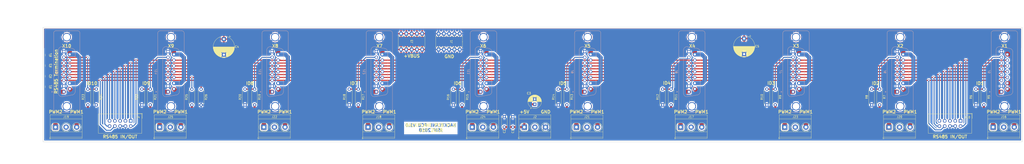
<source format=kicad_pcb>
(kicad_pcb (version 20171130) (host pcbnew "(5.0.0-rc2-dev-451-g0294e41cb)")
  (layers (0 F.Cu signal) (31 B.Cu signal) (34 B.Paste user) (35 F.Paste user) (36 B.SilkS user) (37 F.SilkS user) (38 B.Mask user) (39 F.Mask user) (44 Edge.Cuts user))
  (net 0 "")
  (net 1 /RESET_A)
  (net 2 /RESET_B)
  (net 3 /SYNC_A)
  (net 4 /SYNC_B)
  (net 5 /TX_A)
  (net 6 /TX_B)
  (net 7 /RX_A)
  (net 8 /RX_B)
  (net 9 GND)
  (net 10 +15V)
  (net 11 /ID_1)
  (net 12 "Net-(J2-Pad2)")
  (net 13 +5V)
  (net 14 /PWMO2_1)
  (net 15 /PWMO1_1)
  (net 16 /PWMO1_2)
  (net 17 /ID_2)
  (net 18 /PWMO2_2)
  (net 19 /PWMO2_3)
  (net 20 /ID_3)
  (net 21 /PWMO1_3)
  (net 22 /PWMO1_4)
  (net 23 /ID_4)
  (net 24 /PWMO2_4)
  (net 25 /PWMO2_5)
  (net 26 /ID_5)
  (net 27 /PWMO1_5)
  (net 28 /PWMO1_6)
  (net 29 /ID_6)
  (net 30 /PWMO2_6)
  (net 31 /PWMO2_7)
  (net 32 /ID_7)
  (net 33 /PWMO1_7)
  (net 34 /PWMO1_8)
  (net 35 /ID_8)
  (net 36 /PWMO2_8)
  (net 37 /PWMO2_9)
  (net 38 /ID_9)
  (net 39 /PWMO1_9)
  (net 40 /PWMO2_10)
  (net 41 /ID_10)
  (net 42 /PWMO1_10)
  (net 43 "Net-(J16-Pad2)")
  (net 44 "Net-(J17-Pad2)")
  (net 45 "Net-(J18-Pad2)")
  (net 46 "Net-(J19-Pad2)")
  (net 47 "Net-(J20-Pad2)")
  (net 48 "Net-(J21-Pad2)")
  (net 49 "Net-(J22-Pad2)")
  (net 50 "Net-(J23-Pad2)")
  (net 51 "Net-(J24-Pad2)")
  (net 52 "Net-(J25-Pad2)")
  (module Package_DIP:DIP-10_W7.62mm (layer F.Cu) (at 260 179 270)
    (fp_text reference J1 (at 3.81 4 270) (layer F.SilkS))
    (fp_text value PowerBug_GND)
    (pad 1 thru_hole oval (at 0 0 270) (size 2.4 1.6) (drill 1) (layers *.Cu *.Mask) (net 9 GND))
    (pad 6 thru_hole oval (at 7.62 10.16 270) (size 2.4 1.6) (drill 1) (layers *.Cu *.Mask) (net 9 GND))
    (pad 2 thru_hole oval (at 0 2.54 270) (size 2.4 1.6) (drill 1) (layers *.Cu *.Mask) (net 9 GND))
    (pad 7 thru_hole oval (at 7.62 7.62 270) (size 2.4 1.6) (drill 1) (layers *.Cu *.Mask) (net 9 GND))
    (pad 3 thru_hole oval (at 0 5.08 270) (size 2.4 1.6) (drill 1) (layers *.Cu *.Mask) (net 9 GND))
    (pad 8 thru_hole oval (at 7.62 5.08 270) (size 2.4 1.6) (drill 1) (layers *.Cu *.Mask) (net 9 GND))
    (pad 4 thru_hole oval (at 0 7.62 270) (size 2.4 1.6) (drill 1) (layers *.Cu *.Mask) (net 9 GND))
    (pad 9 thru_hole oval (at 7.62 2.54 270) (size 2.4 1.6) (drill 1) (layers *.Cu *.Mask) (net 9 GND))
    (pad 5 thru_hole oval (at 0 10.16 270) (size 2.4 1.6) (drill 1) (layers *.Cu *.Mask) (net 9 GND))
    (pad 10 thru_hole oval (at 7.62 0 270) (size 2.4 1.6) (drill 1) (layers *.Cu *.Mask) (net 9 GND))
  )
  (module Package_DIP:DIP-10_W7.62mm (layer F.Cu) (at 242 179 270)
    (fp_text reference J3 (at 3.81 5 270) (layer F.SilkS))
    (fp_text value PowerBug+17V)
    (pad 10 thru_hole oval (at 7.62 0 270) (size 2.4 1.6) (drill 1) (layers *.Cu *.Mask) (net 10 +15V))
    (pad 5 thru_hole oval (at 0 10.16 270) (size 2.4 1.6) (drill 1) (layers *.Cu *.Mask) (net 10 +15V))
    (pad 9 thru_hole oval (at 7.62 2.54 270) (size 2.4 1.6) (drill 1) (layers *.Cu *.Mask) (net 10 +15V))
    (pad 4 thru_hole oval (at 0 7.62 270) (size 2.4 1.6) (drill 1) (layers *.Cu *.Mask) (net 10 +15V))
    (pad 8 thru_hole oval (at 7.62 5.08 270) (size 2.4 1.6) (drill 1) (layers *.Cu *.Mask) (net 10 +15V))
    (pad 3 thru_hole oval (at 0 5.08 270) (size 2.4 1.6) (drill 1) (layers *.Cu *.Mask) (net 10 +15V))
    (pad 7 thru_hole oval (at 7.62 7.62 270) (size 2.4 1.6) (drill 1) (layers *.Cu *.Mask) (net 10 +15V))
    (pad 2 thru_hole oval (at 0 2.54 270) (size 2.4 1.6) (drill 1) (layers *.Cu *.Mask) (net 10 +15V))
    (pad 6 thru_hole oval (at 7.62 10.16 270) (size 2.4 1.6) (drill 1) (layers *.Cu *.Mask) (net 10 +15V))
    (pad 1 thru_hole oval (at 0 0 270) (size 2.4 1.6) (drill 1) (layers *.Cu *.Mask) (net 10 +15V))
  )
  (module Connector_Dsub:DSUB-15_Female_Vertical_P2.77x2.84mm_MountingHoles (layer B.Cu) (at 70 207 270)
    (fp_text reference J15 (at -9.7024 3.5282 270) (layer B.SilkS) (effects (justify mirror)))
    (fp_text value DB15_Female_MountingHoles)
    (pad 1 thru_hole rect (at 0 0 270) (size 1.6 1.6) (drill 1) (layers *.Cu *.Mask) (net 40 /PWMO2_10))
    (pad 2 thru_hole circle (at -2.77 0 270) (size 1.6 1.6) (drill 1) (layers *.Cu *.Mask) (net 9 GND))
    (pad 3 thru_hole circle (at -5.54 0 270) (size 1.6 1.6) (drill 1) (layers *.Cu *.Mask) (net 8 /RX_B))
    (pad 4 thru_hole circle (at -8.31 0 270) (size 1.6 1.6) (drill 1) (layers *.Cu *.Mask) (net 6 /TX_B))
    (pad 5 thru_hole circle (at -11.08 0 270) (size 1.6 1.6) (drill 1) (layers *.Cu *.Mask) (net 4 /SYNC_B))
    (pad 6 thru_hole circle (at -13.85 0 270) (size 1.6 1.6) (drill 1) (layers *.Cu *.Mask) (net 2 /RESET_B))
    (pad 7 thru_hole circle (at -16.62 0 270) (size 1.6 1.6) (drill 1) (layers *.Cu *.Mask) (net 41 /ID_10))
    (pad 8 thru_hole circle (at -19.39 0 270) (size 1.6 1.6) (drill 1) (layers *.Cu *.Mask) (net 9 GND))
    (pad 9 thru_hole circle (at -1.385 -2.84 270) (size 1.6 1.6) (drill 1) (layers *.Cu *.Mask) (net 42 /PWMO1_10))
    (pad 10 thru_hole circle (at -4.155 -2.84 270) (size 1.6 1.6) (drill 1) (layers *.Cu *.Mask) (net 10 +15V))
    (pad 11 thru_hole circle (at -6.925 -2.84 270) (size 1.6 1.6) (drill 1) (layers *.Cu *.Mask) (net 7 /RX_A))
    (pad 12 thru_hole circle (at -9.695 -2.84 270) (size 1.6 1.6) (drill 1) (layers *.Cu *.Mask) (net 5 /TX_A))
    (pad 13 thru_hole circle (at -12.465 -2.84 270) (size 1.6 1.6) (drill 1) (layers *.Cu *.Mask) (net 3 /SYNC_A))
    (pad 14 thru_hole circle (at -15.235 -2.84 270) (size 1.6 1.6) (drill 1) (layers *.Cu *.Mask) (net 1 /RESET_A))
    (pad 15 thru_hole circle (at -18.005 -2.84 270) (size 1.6 1.6) (drill 1) (layers *.Cu *.Mask) (net 10 +15V))
    (pad 0 thru_hole circle (at -26.345 -1.42 270) (size 4 4) (drill 3.2) (layers *.Cu *.Mask) (net 9 GND))
    (pad 0 thru_hole circle (at 6.955 -1.42 270) (size 4 4) (drill 3.2) (layers *.Cu *.Mask) (net 9 GND))
  )
  (module Connector_Dsub:DSUB-15_Female_Vertical_P2.77x2.84mm_MountingHoles (layer B.Cu) (at 520 207 270)
    (fp_text reference J5 (at -9.695 5.89 270) (layer B.SilkS) (effects (justify mirror)))
    (fp_text value DB15_Female_MountingHoles)
    (pad 1 thru_hole rect (at 0 0 270) (size 1.6 1.6) (drill 1) (layers *.Cu *.Mask) (net 14 /PWMO2_1))
    (pad 2 thru_hole circle (at -2.77 0 270) (size 1.6 1.6) (drill 1) (layers *.Cu *.Mask) (net 9 GND))
    (pad 3 thru_hole circle (at -5.54 0 270) (size 1.6 1.6) (drill 1) (layers *.Cu *.Mask) (net 8 /RX_B))
    (pad 4 thru_hole circle (at -8.31 0 270) (size 1.6 1.6) (drill 1) (layers *.Cu *.Mask) (net 6 /TX_B))
    (pad 5 thru_hole circle (at -11.08 0 270) (size 1.6 1.6) (drill 1) (layers *.Cu *.Mask) (net 4 /SYNC_B))
    (pad 6 thru_hole circle (at -13.85 0 270) (size 1.6 1.6) (drill 1) (layers *.Cu *.Mask) (net 2 /RESET_B))
    (pad 7 thru_hole circle (at -16.62 0 270) (size 1.6 1.6) (drill 1) (layers *.Cu *.Mask) (net 11 /ID_1))
    (pad 8 thru_hole circle (at -19.39 0 270) (size 1.6 1.6) (drill 1) (layers *.Cu *.Mask) (net 9 GND))
    (pad 9 thru_hole circle (at -1.385 -2.84 270) (size 1.6 1.6) (drill 1) (layers *.Cu *.Mask) (net 15 /PWMO1_1))
    (pad 10 thru_hole circle (at -4.155 -2.84 270) (size 1.6 1.6) (drill 1) (layers *.Cu *.Mask) (net 10 +15V))
    (pad 11 thru_hole circle (at -6.925 -2.84 270) (size 1.6 1.6) (drill 1) (layers *.Cu *.Mask) (net 7 /RX_A))
    (pad 12 thru_hole circle (at -9.695 -2.84 270) (size 1.6 1.6) (drill 1) (layers *.Cu *.Mask) (net 5 /TX_A))
    (pad 13 thru_hole circle (at -12.465 -2.84 270) (size 1.6 1.6) (drill 1) (layers *.Cu *.Mask) (net 3 /SYNC_A))
    (pad 14 thru_hole circle (at -15.235 -2.84 270) (size 1.6 1.6) (drill 1) (layers *.Cu *.Mask) (net 1 /RESET_A))
    (pad 15 thru_hole circle (at -18.005 -2.84 270) (size 1.6 1.6) (drill 1) (layers *.Cu *.Mask) (net 10 +15V))
    (pad 0 thru_hole circle (at -26.345 -1.42 270) (size 4 4) (drill 3.2) (layers *.Cu *.Mask) (net 9 GND))
    (pad 0 thru_hole circle (at 6.955 -1.42 270) (size 4 4) (drill 3.2) (layers *.Cu *.Mask) (net 9 GND))
  )
  (module TerminalBlock_Phoenix:TerminalBlock_Phoenix_MKDS-3-3-5.08_1x03_P5.08mm_Horizontal (layer F.Cu) (at 291 224)
    (fp_text reference J2 (at 5.08 -4.946) (layer F.SilkS))
    (fp_text value Conn_01x03)
    (pad 3 thru_hole circle (at 10.16 0) (size 2.6 2.6) (drill 1.3) (layers *.Cu *.Mask) (net 9 GND))
    (pad 2 thru_hole circle (at 5.08 0) (size 2.6 2.6) (drill 1.3) (layers *.Cu *.Mask) (net 12 "Net-(J2-Pad2)"))
    (pad 1 thru_hole rect (at 0 0) (size 2.6 2.6) (drill 1.3) (layers *.Cu *.Mask) (net 13 +5V))
  )
  (module Connector_IDC:IDC-Header_2x05_P2.54mm_Vertical (layer F.Cu) (at 102.108 220.98 270)
    (fp_text reference J4 (at -1.73 -3.556) (layer F.SilkS))
    (fp_text value Conn_02x05_Odd_Even)
    (pad 1 thru_hole rect (at 0 0 270) (size 1.7272 1.7272) (drill 1.016) (layers *.Cu *.Mask) (net 2 /RESET_B))
    (pad 2 thru_hole oval (at 2.54 0 270) (size 1.7272 1.7272) (drill 1.016) (layers *.Cu *.Mask) (net 1 /RESET_A))
    (pad 3 thru_hole oval (at 0 2.54 270) (size 1.7272 1.7272) (drill 1.016) (layers *.Cu *.Mask) (net 3 /SYNC_A))
    (pad 4 thru_hole oval (at 2.54 2.54 270) (size 1.7272 1.7272) (drill 1.016) (layers *.Cu *.Mask) (net 9 GND))
    (pad 5 thru_hole oval (at 0 5.08 270) (size 1.7272 1.7272) (drill 1.016) (layers *.Cu *.Mask) (net 4 /SYNC_B))
    (pad 6 thru_hole oval (at 2.54 5.08 270) (size 1.7272 1.7272) (drill 1.016) (layers *.Cu *.Mask) (net 9 GND))
    (pad 7 thru_hole oval (at 0 7.62 270) (size 1.7272 1.7272) (drill 1.016) (layers *.Cu *.Mask) (net 5 /TX_A))
    (pad 8 thru_hole oval (at 2.54 7.62 270) (size 1.7272 1.7272) (drill 1.016) (layers *.Cu *.Mask) (net 8 /RX_B))
    (pad 9 thru_hole oval (at 0 10.16 270) (size 1.7272 1.7272) (drill 1.016) (layers *.Cu *.Mask) (net 6 /TX_B))
    (pad 10 thru_hole oval (at 2.54 10.16 270) (size 1.7272 1.7272) (drill 1.016) (layers *.Cu *.Mask) (net 7 /RX_A))
  )
  (module Connector_Dsub:DSUB-15_Female_Vertical_P2.77x2.84mm_MountingHoles (layer B.Cu) (at 470 207 270)
    (fp_text reference J6 (at -9.695 5.89 270) (layer B.SilkS) (effects (justify mirror)))
    (fp_text value DB15_Female_MountingHoles)
    (pad 1 thru_hole rect (at 0 0 270) (size 1.6 1.6) (drill 1) (layers *.Cu *.Mask) (net 18 /PWMO2_2))
    (pad 2 thru_hole circle (at -2.77 0 270) (size 1.6 1.6) (drill 1) (layers *.Cu *.Mask) (net 9 GND))
    (pad 3 thru_hole circle (at -5.54 0 270) (size 1.6 1.6) (drill 1) (layers *.Cu *.Mask) (net 8 /RX_B))
    (pad 4 thru_hole circle (at -8.31 0 270) (size 1.6 1.6) (drill 1) (layers *.Cu *.Mask) (net 6 /TX_B))
    (pad 5 thru_hole circle (at -11.08 0 270) (size 1.6 1.6) (drill 1) (layers *.Cu *.Mask) (net 4 /SYNC_B))
    (pad 6 thru_hole circle (at -13.85 0 270) (size 1.6 1.6) (drill 1) (layers *.Cu *.Mask) (net 2 /RESET_B))
    (pad 7 thru_hole circle (at -16.62 0 270) (size 1.6 1.6) (drill 1) (layers *.Cu *.Mask) (net 17 /ID_2))
    (pad 8 thru_hole circle (at -19.39 0 270) (size 1.6 1.6) (drill 1) (layers *.Cu *.Mask) (net 9 GND))
    (pad 9 thru_hole circle (at -1.385 -2.84 270) (size 1.6 1.6) (drill 1) (layers *.Cu *.Mask) (net 16 /PWMO1_2))
    (pad 10 thru_hole circle (at -4.155 -2.84 270) (size 1.6 1.6) (drill 1) (layers *.Cu *.Mask) (net 10 +15V))
    (pad 11 thru_hole circle (at -6.925 -2.84 270) (size 1.6 1.6) (drill 1) (layers *.Cu *.Mask) (net 7 /RX_A))
    (pad 12 thru_hole circle (at -9.695 -2.84 270) (size 1.6 1.6) (drill 1) (layers *.Cu *.Mask) (net 5 /TX_A))
    (pad 13 thru_hole circle (at -12.465 -2.84 270) (size 1.6 1.6) (drill 1) (layers *.Cu *.Mask) (net 3 /SYNC_A))
    (pad 14 thru_hole circle (at -15.235 -2.84 270) (size 1.6 1.6) (drill 1) (layers *.Cu *.Mask) (net 1 /RESET_A))
    (pad 15 thru_hole circle (at -18.005 -2.84 270) (size 1.6 1.6) (drill 1) (layers *.Cu *.Mask) (net 10 +15V))
    (pad 0 thru_hole circle (at -26.345 -1.42 270) (size 4 4) (drill 3.2) (layers *.Cu *.Mask) (net 9 GND))
    (pad 0 thru_hole circle (at 6.955 -1.42 270) (size 4 4) (drill 3.2) (layers *.Cu *.Mask) (net 9 GND))
  )
  (module Connector_Dsub:DSUB-15_Female_Vertical_P2.77x2.84mm_MountingHoles (layer B.Cu) (at 420 207 270)
    (fp_text reference J7 (at -9.695 5.89 270) (layer B.SilkS) (effects (justify mirror)))
    (fp_text value DB15_Female_MountingHoles)
    (pad 1 thru_hole rect (at 0 0 270) (size 1.6 1.6) (drill 1) (layers *.Cu *.Mask) (net 19 /PWMO2_3))
    (pad 2 thru_hole circle (at -2.77 0 270) (size 1.6 1.6) (drill 1) (layers *.Cu *.Mask) (net 9 GND))
    (pad 3 thru_hole circle (at -5.54 0 270) (size 1.6 1.6) (drill 1) (layers *.Cu *.Mask) (net 8 /RX_B))
    (pad 4 thru_hole circle (at -8.31 0 270) (size 1.6 1.6) (drill 1) (layers *.Cu *.Mask) (net 6 /TX_B))
    (pad 5 thru_hole circle (at -11.08 0 270) (size 1.6 1.6) (drill 1) (layers *.Cu *.Mask) (net 4 /SYNC_B))
    (pad 6 thru_hole circle (at -13.85 0 270) (size 1.6 1.6) (drill 1) (layers *.Cu *.Mask) (net 2 /RESET_B))
    (pad 7 thru_hole circle (at -16.62 0 270) (size 1.6 1.6) (drill 1) (layers *.Cu *.Mask) (net 20 /ID_3))
    (pad 8 thru_hole circle (at -19.39 0 270) (size 1.6 1.6) (drill 1) (layers *.Cu *.Mask) (net 9 GND))
    (pad 9 thru_hole circle (at -1.385 -2.84 270) (size 1.6 1.6) (drill 1) (layers *.Cu *.Mask) (net 21 /PWMO1_3))
    (pad 10 thru_hole circle (at -4.155 -2.84 270) (size 1.6 1.6) (drill 1) (layers *.Cu *.Mask) (net 10 +15V))
    (pad 11 thru_hole circle (at -6.925 -2.84 270) (size 1.6 1.6) (drill 1) (layers *.Cu *.Mask) (net 7 /RX_A))
    (pad 12 thru_hole circle (at -9.695 -2.84 270) (size 1.6 1.6) (drill 1) (layers *.Cu *.Mask) (net 5 /TX_A))
    (pad 13 thru_hole circle (at -12.465 -2.84 270) (size 1.6 1.6) (drill 1) (layers *.Cu *.Mask) (net 3 /SYNC_A))
    (pad 14 thru_hole circle (at -15.235 -2.84 270) (size 1.6 1.6) (drill 1) (layers *.Cu *.Mask) (net 1 /RESET_A))
    (pad 15 thru_hole circle (at -18.005 -2.84 270) (size 1.6 1.6) (drill 1) (layers *.Cu *.Mask) (net 10 +15V))
    (pad 0 thru_hole circle (at -26.345 -1.42 270) (size 4 4) (drill 3.2) (layers *.Cu *.Mask) (net 9 GND))
    (pad 0 thru_hole circle (at 6.955 -1.42 270) (size 4 4) (drill 3.2) (layers *.Cu *.Mask) (net 9 GND))
  )
  (module Connector_Dsub:DSUB-15_Female_Vertical_P2.77x2.84mm_MountingHoles (layer B.Cu) (at 370 207 270)
    (fp_text reference J8 (at -9.695 5.89 270) (layer B.SilkS) (effects (justify mirror)))
    (fp_text value DB15_Female_MountingHoles)
    (pad 0 thru_hole circle (at 6.955 -1.42 270) (size 4 4) (drill 3.2) (layers *.Cu *.Mask) (net 9 GND))
    (pad 0 thru_hole circle (at -26.345 -1.42 270) (size 4 4) (drill 3.2) (layers *.Cu *.Mask) (net 9 GND))
    (pad 15 thru_hole circle (at -18.005 -2.84 270) (size 1.6 1.6) (drill 1) (layers *.Cu *.Mask) (net 10 +15V))
    (pad 14 thru_hole circle (at -15.235 -2.84 270) (size 1.6 1.6) (drill 1) (layers *.Cu *.Mask) (net 1 /RESET_A))
    (pad 13 thru_hole circle (at -12.465 -2.84 270) (size 1.6 1.6) (drill 1) (layers *.Cu *.Mask) (net 3 /SYNC_A))
    (pad 12 thru_hole circle (at -9.695 -2.84 270) (size 1.6 1.6) (drill 1) (layers *.Cu *.Mask) (net 5 /TX_A))
    (pad 11 thru_hole circle (at -6.925 -2.84 270) (size 1.6 1.6) (drill 1) (layers *.Cu *.Mask) (net 7 /RX_A))
    (pad 10 thru_hole circle (at -4.155 -2.84 270) (size 1.6 1.6) (drill 1) (layers *.Cu *.Mask) (net 10 +15V))
    (pad 9 thru_hole circle (at -1.385 -2.84 270) (size 1.6 1.6) (drill 1) (layers *.Cu *.Mask) (net 22 /PWMO1_4))
    (pad 8 thru_hole circle (at -19.39 0 270) (size 1.6 1.6) (drill 1) (layers *.Cu *.Mask) (net 9 GND))
    (pad 7 thru_hole circle (at -16.62 0 270) (size 1.6 1.6) (drill 1) (layers *.Cu *.Mask) (net 23 /ID_4))
    (pad 6 thru_hole circle (at -13.85 0 270) (size 1.6 1.6) (drill 1) (layers *.Cu *.Mask) (net 2 /RESET_B))
    (pad 5 thru_hole circle (at -11.08 0 270) (size 1.6 1.6) (drill 1) (layers *.Cu *.Mask) (net 4 /SYNC_B))
    (pad 4 thru_hole circle (at -8.31 0 270) (size 1.6 1.6) (drill 1) (layers *.Cu *.Mask) (net 6 /TX_B))
    (pad 3 thru_hole circle (at -5.54 0 270) (size 1.6 1.6) (drill 1) (layers *.Cu *.Mask) (net 8 /RX_B))
    (pad 2 thru_hole circle (at -2.77 0 270) (size 1.6 1.6) (drill 1) (layers *.Cu *.Mask) (net 9 GND))
    (pad 1 thru_hole rect (at 0 0 270) (size 1.6 1.6) (drill 1) (layers *.Cu *.Mask) (net 24 /PWMO2_4))
  )
  (module Connector_Dsub:DSUB-15_Female_Vertical_P2.77x2.84mm_MountingHoles (layer B.Cu) (at 320 207 270)
    (fp_text reference J9 (at -9.695 5.89 270) (layer B.SilkS) (effects (justify mirror)))
    (fp_text value DB15_Female_MountingHoles)
    (pad 1 thru_hole rect (at 0 0 270) (size 1.6 1.6) (drill 1) (layers *.Cu *.Mask) (net 25 /PWMO2_5))
    (pad 2 thru_hole circle (at -2.77 0 270) (size 1.6 1.6) (drill 1) (layers *.Cu *.Mask) (net 9 GND))
    (pad 3 thru_hole circle (at -5.54 0 270) (size 1.6 1.6) (drill 1) (layers *.Cu *.Mask) (net 8 /RX_B))
    (pad 4 thru_hole circle (at -8.31 0 270) (size 1.6 1.6) (drill 1) (layers *.Cu *.Mask) (net 6 /TX_B))
    (pad 5 thru_hole circle (at -11.08 0 270) (size 1.6 1.6) (drill 1) (layers *.Cu *.Mask) (net 4 /SYNC_B))
    (pad 6 thru_hole circle (at -13.85 0 270) (size 1.6 1.6) (drill 1) (layers *.Cu *.Mask) (net 2 /RESET_B))
    (pad 7 thru_hole circle (at -16.62 0 270) (size 1.6 1.6) (drill 1) (layers *.Cu *.Mask) (net 26 /ID_5))
    (pad 8 thru_hole circle (at -19.39 0 270) (size 1.6 1.6) (drill 1) (layers *.Cu *.Mask) (net 9 GND))
    (pad 9 thru_hole circle (at -1.385 -2.84 270) (size 1.6 1.6) (drill 1) (layers *.Cu *.Mask) (net 27 /PWMO1_5))
    (pad 10 thru_hole circle (at -4.155 -2.84 270) (size 1.6 1.6) (drill 1) (layers *.Cu *.Mask) (net 10 +15V))
    (pad 11 thru_hole circle (at -6.925 -2.84 270) (size 1.6 1.6) (drill 1) (layers *.Cu *.Mask) (net 7 /RX_A))
    (pad 12 thru_hole circle (at -9.695 -2.84 270) (size 1.6 1.6) (drill 1) (layers *.Cu *.Mask) (net 5 /TX_A))
    (pad 13 thru_hole circle (at -12.465 -2.84 270) (size 1.6 1.6) (drill 1) (layers *.Cu *.Mask) (net 3 /SYNC_A))
    (pad 14 thru_hole circle (at -15.235 -2.84 270) (size 1.6 1.6) (drill 1) (layers *.Cu *.Mask) (net 1 /RESET_A))
    (pad 15 thru_hole circle (at -18.005 -2.84 270) (size 1.6 1.6) (drill 1) (layers *.Cu *.Mask) (net 10 +15V))
    (pad 0 thru_hole circle (at -26.345 -1.42 270) (size 4 4) (drill 3.2) (layers *.Cu *.Mask) (net 9 GND))
    (pad 0 thru_hole circle (at 6.955 -1.42 270) (size 4 4) (drill 3.2) (layers *.Cu *.Mask) (net 9 GND))
  )
  (module Connector_IDC:IDC-Header_2x05_P2.54mm_Vertical (layer F.Cu) (at 500.38 220.98 270)
    (fp_text reference J10 (at -1.73 -3.302) (layer F.SilkS))
    (fp_text value Conn_02x05_Odd_Even)
    (pad 10 thru_hole oval (at 2.54 10.16 270) (size 1.7272 1.7272) (drill 1.016) (layers *.Cu *.Mask) (net 7 /RX_A))
    (pad 9 thru_hole oval (at 0 10.16 270) (size 1.7272 1.7272) (drill 1.016) (layers *.Cu *.Mask) (net 6 /TX_B))
    (pad 8 thru_hole oval (at 2.54 7.62 270) (size 1.7272 1.7272) (drill 1.016) (layers *.Cu *.Mask) (net 8 /RX_B))
    (pad 7 thru_hole oval (at 0 7.62 270) (size 1.7272 1.7272) (drill 1.016) (layers *.Cu *.Mask) (net 5 /TX_A))
    (pad 6 thru_hole oval (at 2.54 5.08 270) (size 1.7272 1.7272) (drill 1.016) (layers *.Cu *.Mask) (net 9 GND))
    (pad 5 thru_hole oval (at 0 5.08 270) (size 1.7272 1.7272) (drill 1.016) (layers *.Cu *.Mask) (net 4 /SYNC_B))
    (pad 4 thru_hole oval (at 2.54 2.54 270) (size 1.7272 1.7272) (drill 1.016) (layers *.Cu *.Mask) (net 9 GND))
    (pad 3 thru_hole oval (at 0 2.54 270) (size 1.7272 1.7272) (drill 1.016) (layers *.Cu *.Mask) (net 3 /SYNC_A))
    (pad 2 thru_hole oval (at 2.54 0 270) (size 1.7272 1.7272) (drill 1.016) (layers *.Cu *.Mask) (net 1 /RESET_A))
    (pad 1 thru_hole rect (at 0 0 270) (size 1.7272 1.7272) (drill 1.016) (layers *.Cu *.Mask) (net 2 /RESET_B))
  )
  (module Connector_Dsub:DSUB-15_Female_Vertical_P2.77x2.84mm_MountingHoles (layer B.Cu) (at 270 207 270)
    (fp_text reference J11 (at -9.695 5.89 270) (layer B.SilkS) (effects (justify mirror)))
    (fp_text value DB15_Female_MountingHoles)
    (pad 0 thru_hole circle (at 6.955 -1.42 270) (size 4 4) (drill 3.2) (layers *.Cu *.Mask) (net 9 GND))
    (pad 0 thru_hole circle (at -26.345 -1.42 270) (size 4 4) (drill 3.2) (layers *.Cu *.Mask) (net 9 GND))
    (pad 15 thru_hole circle (at -18.005 -2.84 270) (size 1.6 1.6) (drill 1) (layers *.Cu *.Mask) (net 10 +15V))
    (pad 14 thru_hole circle (at -15.235 -2.84 270) (size 1.6 1.6) (drill 1) (layers *.Cu *.Mask) (net 1 /RESET_A))
    (pad 13 thru_hole circle (at -12.465 -2.84 270) (size 1.6 1.6) (drill 1) (layers *.Cu *.Mask) (net 3 /SYNC_A))
    (pad 12 thru_hole circle (at -9.695 -2.84 270) (size 1.6 1.6) (drill 1) (layers *.Cu *.Mask) (net 5 /TX_A))
    (pad 11 thru_hole circle (at -6.925 -2.84 270) (size 1.6 1.6) (drill 1) (layers *.Cu *.Mask) (net 7 /RX_A))
    (pad 10 thru_hole circle (at -4.155 -2.84 270) (size 1.6 1.6) (drill 1) (layers *.Cu *.Mask) (net 10 +15V))
    (pad 9 thru_hole circle (at -1.385 -2.84 270) (size 1.6 1.6) (drill 1) (layers *.Cu *.Mask) (net 28 /PWMO1_6))
    (pad 8 thru_hole circle (at -19.39 0 270) (size 1.6 1.6) (drill 1) (layers *.Cu *.Mask) (net 9 GND))
    (pad 7 thru_hole circle (at -16.62 0 270) (size 1.6 1.6) (drill 1) (layers *.Cu *.Mask) (net 29 /ID_6))
    (pad 6 thru_hole circle (at -13.85 0 270) (size 1.6 1.6) (drill 1) (layers *.Cu *.Mask) (net 2 /RESET_B))
    (pad 5 thru_hole circle (at -11.08 0 270) (size 1.6 1.6) (drill 1) (layers *.Cu *.Mask) (net 4 /SYNC_B))
    (pad 4 thru_hole circle (at -8.31 0 270) (size 1.6 1.6) (drill 1) (layers *.Cu *.Mask) (net 6 /TX_B))
    (pad 3 thru_hole circle (at -5.54 0 270) (size 1.6 1.6) (drill 1) (layers *.Cu *.Mask) (net 8 /RX_B))
    (pad 2 thru_hole circle (at -2.77 0 270) (size 1.6 1.6) (drill 1) (layers *.Cu *.Mask) (net 9 GND))
    (pad 1 thru_hole rect (at 0 0 270) (size 1.6 1.6) (drill 1) (layers *.Cu *.Mask) (net 30 /PWMO2_6))
  )
  (module Connector_Dsub:DSUB-15_Female_Vertical_P2.77x2.84mm_MountingHoles (layer B.Cu) (at 220 207 270)
    (fp_text reference J12 (at -9.695 5.89 270) (layer B.SilkS) (effects (justify mirror)))
    (fp_text value DB15_Female_MountingHoles)
    (pad 1 thru_hole rect (at 0 0 270) (size 1.6 1.6) (drill 1) (layers *.Cu *.Mask) (net 31 /PWMO2_7))
    (pad 2 thru_hole circle (at -2.77 0 270) (size 1.6 1.6) (drill 1) (layers *.Cu *.Mask) (net 9 GND))
    (pad 3 thru_hole circle (at -5.54 0 270) (size 1.6 1.6) (drill 1) (layers *.Cu *.Mask) (net 8 /RX_B))
    (pad 4 thru_hole circle (at -8.31 0 270) (size 1.6 1.6) (drill 1) (layers *.Cu *.Mask) (net 6 /TX_B))
    (pad 5 thru_hole circle (at -11.08 0 270) (size 1.6 1.6) (drill 1) (layers *.Cu *.Mask) (net 4 /SYNC_B))
    (pad 6 thru_hole circle (at -13.85 0 270) (size 1.6 1.6) (drill 1) (layers *.Cu *.Mask) (net 2 /RESET_B))
    (pad 7 thru_hole circle (at -16.62 0 270) (size 1.6 1.6) (drill 1) (layers *.Cu *.Mask) (net 32 /ID_7))
    (pad 8 thru_hole circle (at -19.39 0 270) (size 1.6 1.6) (drill 1) (layers *.Cu *.Mask) (net 9 GND))
    (pad 9 thru_hole circle (at -1.385 -2.84 270) (size 1.6 1.6) (drill 1) (layers *.Cu *.Mask) (net 33 /PWMO1_7))
    (pad 10 thru_hole circle (at -4.155 -2.84 270) (size 1.6 1.6) (drill 1) (layers *.Cu *.Mask) (net 10 +15V))
    (pad 11 thru_hole circle (at -6.925 -2.84 270) (size 1.6 1.6) (drill 1) (layers *.Cu *.Mask) (net 7 /RX_A))
    (pad 12 thru_hole circle (at -9.695 -2.84 270) (size 1.6 1.6) (drill 1) (layers *.Cu *.Mask) (net 5 /TX_A))
    (pad 13 thru_hole circle (at -12.465 -2.84 270) (size 1.6 1.6) (drill 1) (layers *.Cu *.Mask) (net 3 /SYNC_A))
    (pad 14 thru_hole circle (at -15.235 -2.84 270) (size 1.6 1.6) (drill 1) (layers *.Cu *.Mask) (net 1 /RESET_A))
    (pad 15 thru_hole circle (at -18.005 -2.84 270) (size 1.6 1.6) (drill 1) (layers *.Cu *.Mask) (net 10 +15V))
    (pad 0 thru_hole circle (at -26.345 -1.42 270) (size 4 4) (drill 3.2) (layers *.Cu *.Mask) (net 9 GND))
    (pad 0 thru_hole circle (at 6.955 -1.42 270) (size 4 4) (drill 3.2) (layers *.Cu *.Mask) (net 9 GND))
  )
  (module Connector_Dsub:DSUB-15_Female_Vertical_P2.77x2.84mm_MountingHoles (layer B.Cu) (at 170 207 270)
    (fp_text reference J13 (at -9.695 5.89 270) (layer B.SilkS) (effects (justify mirror)))
    (fp_text value DB15_Female_MountingHoles)
    (pad 0 thru_hole circle (at 6.955 -1.42 270) (size 4 4) (drill 3.2) (layers *.Cu *.Mask) (net 9 GND))
    (pad 0 thru_hole circle (at -26.345 -1.42 270) (size 4 4) (drill 3.2) (layers *.Cu *.Mask) (net 9 GND))
    (pad 15 thru_hole circle (at -18.005 -2.84 270) (size 1.6 1.6) (drill 1) (layers *.Cu *.Mask) (net 10 +15V))
    (pad 14 thru_hole circle (at -15.235 -2.84 270) (size 1.6 1.6) (drill 1) (layers *.Cu *.Mask) (net 1 /RESET_A))
    (pad 13 thru_hole circle (at -12.465 -2.84 270) (size 1.6 1.6) (drill 1) (layers *.Cu *.Mask) (net 3 /SYNC_A))
    (pad 12 thru_hole circle (at -9.695 -2.84 270) (size 1.6 1.6) (drill 1) (layers *.Cu *.Mask) (net 5 /TX_A))
    (pad 11 thru_hole circle (at -6.925 -2.84 270) (size 1.6 1.6) (drill 1) (layers *.Cu *.Mask) (net 7 /RX_A))
    (pad 10 thru_hole circle (at -4.155 -2.84 270) (size 1.6 1.6) (drill 1) (layers *.Cu *.Mask) (net 10 +15V))
    (pad 9 thru_hole circle (at -1.385 -2.84 270) (size 1.6 1.6) (drill 1) (layers *.Cu *.Mask) (net 34 /PWMO1_8))
    (pad 8 thru_hole circle (at -19.39 0 270) (size 1.6 1.6) (drill 1) (layers *.Cu *.Mask) (net 9 GND))
    (pad 7 thru_hole circle (at -16.62 0 270) (size 1.6 1.6) (drill 1) (layers *.Cu *.Mask) (net 35 /ID_8))
    (pad 6 thru_hole circle (at -13.85 0 270) (size 1.6 1.6) (drill 1) (layers *.Cu *.Mask) (net 2 /RESET_B))
    (pad 5 thru_hole circle (at -11.08 0 270) (size 1.6 1.6) (drill 1) (layers *.Cu *.Mask) (net 4 /SYNC_B))
    (pad 4 thru_hole circle (at -8.31 0 270) (size 1.6 1.6) (drill 1) (layers *.Cu *.Mask) (net 6 /TX_B))
    (pad 3 thru_hole circle (at -5.54 0 270) (size 1.6 1.6) (drill 1) (layers *.Cu *.Mask) (net 8 /RX_B))
    (pad 2 thru_hole circle (at -2.77 0 270) (size 1.6 1.6) (drill 1) (layers *.Cu *.Mask) (net 9 GND))
    (pad 1 thru_hole rect (at 0 0 270) (size 1.6 1.6) (drill 1) (layers *.Cu *.Mask) (net 36 /PWMO2_8))
  )
  (module Connector_Dsub:DSUB-15_Female_Vertical_P2.77x2.84mm_MountingHoles (layer B.Cu) (at 120 207 270)
    (fp_text reference J14 (at -9.695 5.89 270) (layer B.SilkS) (effects (justify mirror)))
    (fp_text value DB15_Female_MountingHoles)
    (pad 1 thru_hole rect (at 0 0 270) (size 1.6 1.6) (drill 1) (layers *.Cu *.Mask) (net 37 /PWMO2_9))
    (pad 2 thru_hole circle (at -2.77 0 270) (size 1.6 1.6) (drill 1) (layers *.Cu *.Mask) (net 9 GND))
    (pad 3 thru_hole circle (at -5.54 0 270) (size 1.6 1.6) (drill 1) (layers *.Cu *.Mask) (net 8 /RX_B))
    (pad 4 thru_hole circle (at -8.31 0 270) (size 1.6 1.6) (drill 1) (layers *.Cu *.Mask) (net 6 /TX_B))
    (pad 5 thru_hole circle (at -11.08 0 270) (size 1.6 1.6) (drill 1) (layers *.Cu *.Mask) (net 4 /SYNC_B))
    (pad 6 thru_hole circle (at -13.85 0 270) (size 1.6 1.6) (drill 1) (layers *.Cu *.Mask) (net 2 /RESET_B))
    (pad 7 thru_hole circle (at -16.62 0 270) (size 1.6 1.6) (drill 1) (layers *.Cu *.Mask) (net 38 /ID_9))
    (pad 8 thru_hole circle (at -19.39 0 270) (size 1.6 1.6) (drill 1) (layers *.Cu *.Mask) (net 9 GND))
    (pad 9 thru_hole circle (at -1.385 -2.84 270) (size 1.6 1.6) (drill 1) (layers *.Cu *.Mask) (net 39 /PWMO1_9))
    (pad 10 thru_hole circle (at -4.155 -2.84 270) (size 1.6 1.6) (drill 1) (layers *.Cu *.Mask) (net 10 +15V))
    (pad 11 thru_hole circle (at -6.925 -2.84 270) (size 1.6 1.6) (drill 1) (layers *.Cu *.Mask) (net 7 /RX_A))
    (pad 12 thru_hole circle (at -9.695 -2.84 270) (size 1.6 1.6) (drill 1) (layers *.Cu *.Mask) (net 5 /TX_A))
    (pad 13 thru_hole circle (at -12.465 -2.84 270) (size 1.6 1.6) (drill 1) (layers *.Cu *.Mask) (net 3 /SYNC_A))
    (pad 14 thru_hole circle (at -15.235 -2.84 270) (size 1.6 1.6) (drill 1) (layers *.Cu *.Mask) (net 1 /RESET_A))
    (pad 15 thru_hole circle (at -18.005 -2.84 270) (size 1.6 1.6) (drill 1) (layers *.Cu *.Mask) (net 10 +15V))
    (pad 0 thru_hole circle (at -26.345 -1.42 270) (size 4 4) (drill 3.2) (layers *.Cu *.Mask) (net 9 GND))
    (pad 0 thru_hole circle (at 6.955 -1.42 270) (size 4 4) (drill 3.2) (layers *.Cu *.Mask) (net 9 GND))
  )
  (module TerminalBlock_Phoenix:TerminalBlock_Phoenix_MKDS-3-3-5.08_1x03_P5.08mm_Horizontal (layer F.Cu) (at 516 224)
    (fp_text reference J16 (at 5.08 -4.946) (layer F.SilkS))
    (fp_text value Conn_01x03)
    (pad 1 thru_hole rect (at 0 0) (size 2.6 2.6) (drill 1.3) (layers *.Cu *.Mask) (net 14 /PWMO2_1))
    (pad 2 thru_hole circle (at 5.08 0) (size 2.6 2.6) (drill 1.3) (layers *.Cu *.Mask) (net 43 "Net-(J16-Pad2)"))
    (pad 3 thru_hole circle (at 10.16 0) (size 2.6 2.6) (drill 1.3) (layers *.Cu *.Mask) (net 15 /PWMO1_1))
  )
  (module TerminalBlock_Phoenix:TerminalBlock_Phoenix_MKDS-3-3-5.08_1x03_P5.08mm_Horizontal (layer F.Cu) (at 366 224)
    (fp_text reference J17 (at 5.08 -4.946) (layer F.SilkS))
    (fp_text value Conn_01x03)
    (pad 3 thru_hole circle (at 10.16 0) (size 2.6 2.6) (drill 1.3) (layers *.Cu *.Mask) (net 22 /PWMO1_4))
    (pad 2 thru_hole circle (at 5.08 0) (size 2.6 2.6) (drill 1.3) (layers *.Cu *.Mask) (net 44 "Net-(J17-Pad2)"))
    (pad 1 thru_hole rect (at 0 0) (size 2.6 2.6) (drill 1.3) (layers *.Cu *.Mask) (net 24 /PWMO2_4))
  )
  (module TerminalBlock_Phoenix:TerminalBlock_Phoenix_MKDS-3-3-5.08_1x03_P5.08mm_Horizontal (layer F.Cu) (at 216 224)
    (fp_text reference J18 (at 5.08 -4.946) (layer F.SilkS))
    (fp_text value Conn_01x03)
    (pad 1 thru_hole rect (at 0 0) (size 2.6 2.6) (drill 1.3) (layers *.Cu *.Mask) (net 31 /PWMO2_7))
    (pad 2 thru_hole circle (at 5.08 0) (size 2.6 2.6) (drill 1.3) (layers *.Cu *.Mask) (net 45 "Net-(J18-Pad2)"))
    (pad 3 thru_hole circle (at 10.16 0) (size 2.6 2.6) (drill 1.3) (layers *.Cu *.Mask) (net 33 /PWMO1_7))
  )
  (module TerminalBlock_Phoenix:TerminalBlock_Phoenix_MKDS-3-3-5.08_1x03_P5.08mm_Horizontal (layer F.Cu) (at 66 224)
    (fp_text reference J19 (at 5.08 -4.946) (layer F.SilkS))
    (fp_text value Conn_01x03)
    (pad 1 thru_hole rect (at 0 0) (size 2.6 2.6) (drill 1.3) (layers *.Cu *.Mask) (net 40 /PWMO2_10))
    (pad 2 thru_hole circle (at 5.08 0) (size 2.6 2.6) (drill 1.3) (layers *.Cu *.Mask) (net 46 "Net-(J19-Pad2)"))
    (pad 3 thru_hole circle (at 10.16 0) (size 2.6 2.6) (drill 1.3) (layers *.Cu *.Mask) (net 42 /PWMO1_10))
  )
  (module TerminalBlock_Phoenix:TerminalBlock_Phoenix_MKDS-3-3-5.08_1x03_P5.08mm_Horizontal (layer F.Cu) (at 466 224)
    (fp_text reference J20 (at 5.08 -4.946) (layer F.SilkS))
    (fp_text value Conn_01x03)
    (pad 3 thru_hole circle (at 10.16 0) (size 2.6 2.6) (drill 1.3) (layers *.Cu *.Mask) (net 16 /PWMO1_2))
    (pad 2 thru_hole circle (at 5.08 0) (size 2.6 2.6) (drill 1.3) (layers *.Cu *.Mask) (net 47 "Net-(J20-Pad2)"))
    (pad 1 thru_hole rect (at 0 0) (size 2.6 2.6) (drill 1.3) (layers *.Cu *.Mask) (net 18 /PWMO2_2))
  )
  (module TerminalBlock_Phoenix:TerminalBlock_Phoenix_MKDS-3-3-5.08_1x03_P5.08mm_Horizontal (layer F.Cu) (at 316 224)
    (fp_text reference J21 (at 5.08 -4.946) (layer F.SilkS))
    (fp_text value Conn_01x03)
    (pad 1 thru_hole rect (at 0 0) (size 2.6 2.6) (drill 1.3) (layers *.Cu *.Mask) (net 25 /PWMO2_5))
    (pad 2 thru_hole circle (at 5.08 0) (size 2.6 2.6) (drill 1.3) (layers *.Cu *.Mask) (net 48 "Net-(J21-Pad2)"))
    (pad 3 thru_hole circle (at 10.16 0) (size 2.6 2.6) (drill 1.3) (layers *.Cu *.Mask) (net 27 /PWMO1_5))
  )
  (module TerminalBlock_Phoenix:TerminalBlock_Phoenix_MKDS-3-3-5.08_1x03_P5.08mm_Horizontal (layer F.Cu) (at 166 224)
    (fp_text reference J22 (at 5.08 -4.946) (layer F.SilkS))
    (fp_text value Conn_01x03)
    (pad 1 thru_hole rect (at 0 0) (size 2.6 2.6) (drill 1.3) (layers *.Cu *.Mask) (net 36 /PWMO2_8))
    (pad 2 thru_hole circle (at 5.08 0) (size 2.6 2.6) (drill 1.3) (layers *.Cu *.Mask) (net 49 "Net-(J22-Pad2)"))
    (pad 3 thru_hole circle (at 10.16 0) (size 2.6 2.6) (drill 1.3) (layers *.Cu *.Mask) (net 34 /PWMO1_8))
  )
  (module TerminalBlock_Phoenix:TerminalBlock_Phoenix_MKDS-3-3-5.08_1x03_P5.08mm_Horizontal (layer F.Cu) (at 416 224)
    (fp_text reference J23 (at 5.08 -4.946) (layer F.SilkS))
    (fp_text value Conn_01x03)
    (pad 1 thru_hole rect (at 0 0) (size 2.6 2.6) (drill 1.3) (layers *.Cu *.Mask) (net 19 /PWMO2_3))
    (pad 2 thru_hole circle (at 5.08 0) (size 2.6 2.6) (drill 1.3) (layers *.Cu *.Mask) (net 50 "Net-(J23-Pad2)"))
    (pad 3 thru_hole circle (at 10.16 0) (size 2.6 2.6) (drill 1.3) (layers *.Cu *.Mask) (net 21 /PWMO1_3))
  )
  (module TerminalBlock_Phoenix:TerminalBlock_Phoenix_MKDS-3-3-5.08_1x03_P5.08mm_Horizontal (layer F.Cu) (at 266 224)
    (fp_text reference J24 (at 5.08 -4.946) (layer F.SilkS))
    (fp_text value Conn_01x03)
    (pad 3 thru_hole circle (at 10.16 0) (size 2.6 2.6) (drill 1.3) (layers *.Cu *.Mask) (net 28 /PWMO1_6))
    (pad 2 thru_hole circle (at 5.08 0) (size 2.6 2.6) (drill 1.3) (layers *.Cu *.Mask) (net 51 "Net-(J24-Pad2)"))
    (pad 1 thru_hole rect (at 0 0) (size 2.6 2.6) (drill 1.3) (layers *.Cu *.Mask) (net 30 /PWMO2_6))
  )
  (module TerminalBlock_Phoenix:TerminalBlock_Phoenix_MKDS-3-3-5.08_1x03_P5.08mm_Horizontal (layer F.Cu) (at 116 224)
    (fp_text reference J25 (at 5.158 -4.946) (layer F.SilkS))
    (fp_text value Conn_01x03)
    (pad 3 thru_hole circle (at 10.16 0) (size 2.6 2.6) (drill 1.3) (layers *.Cu *.Mask) (net 39 /PWMO1_9))
    (pad 2 thru_hole circle (at 5.08 0) (size 2.6 2.6) (drill 1.3) (layers *.Cu *.Mask) (net 52 "Net-(J25-Pad2)"))
    (pad 1 thru_hole rect (at 0 0) (size 2.6 2.6) (drill 1.3) (layers *.Cu *.Mask) (net 37 /PWMO2_9))
  )
  (module Resistor_THT:R_Axial_DIN0207_L6.3mm_D2.5mm_P7.62mm_Horizontal (layer F.Cu) (at 511.556 205.694 270)
    (fp_text reference R5 (at 3.81 -2.37 270) (layer F.SilkS))
    (fp_text value R)
    (pad 1 thru_hole circle (at 0 0 270) (size 1.6 1.6) (drill 0.8) (layers *.Cu *.Mask) (net 11 /ID_1))
    (pad 2 thru_hole oval (at 7.62 0 270) (size 1.6 1.6) (drill 0.8) (layers *.Cu *.Mask) (net 13 +5V))
  )
  (module Resistor_THT:R_Axial_DIN0207_L6.3mm_D2.5mm_P7.62mm_Horizontal (layer F.Cu) (at 507.746 213.314 90)
    (fp_text reference R6 (at 3.81 -2.37 90) (layer F.SilkS))
    (fp_text value R)
    (pad 2 thru_hole oval (at 7.62 0 90) (size 1.6 1.6) (drill 0.8) (layers *.Cu *.Mask) (net 11 /ID_1))
    (pad 1 thru_hole circle (at 0 0 90) (size 1.6 1.6) (drill 0.8) (layers *.Cu *.Mask) (net 9 GND))
  )
  (module Resistor_THT:R_Axial_DIN0207_L6.3mm_D2.5mm_P7.62mm_Horizontal (layer F.Cu) (at 461.518 205.694 270)
    (fp_text reference R7 (at 3.81 -2.37 270) (layer F.SilkS))
    (fp_text value R)
    (pad 2 thru_hole oval (at 7.62 0 270) (size 1.6 1.6) (drill 0.8) (layers *.Cu *.Mask) (net 13 +5V))
    (pad 1 thru_hole circle (at 0 0 270) (size 1.6 1.6) (drill 0.8) (layers *.Cu *.Mask) (net 17 /ID_2))
  )
  (module Resistor_THT:R_Axial_DIN0207_L6.3mm_D2.5mm_P7.62mm_Horizontal (layer F.Cu) (at 457.708 213.314 90)
    (fp_text reference R8 (at 3.81 -2.37 90) (layer F.SilkS))
    (fp_text value R)
    (pad 1 thru_hole circle (at 0 0 90) (size 1.6 1.6) (drill 0.8) (layers *.Cu *.Mask) (net 9 GND))
    (pad 2 thru_hole oval (at 7.62 0 90) (size 1.6 1.6) (drill 0.8) (layers *.Cu *.Mask) (net 17 /ID_2))
  )
  (module Resistor_THT:R_Axial_DIN0207_L6.3mm_D2.5mm_P7.62mm_Horizontal (layer F.Cu) (at 411.48 205.694 270)
    (fp_text reference R9 (at 3.81 -2.37 270) (layer F.SilkS))
    (fp_text value R)
    (pad 2 thru_hole oval (at 7.62 0 270) (size 1.6 1.6) (drill 0.8) (layers *.Cu *.Mask) (net 13 +5V))
    (pad 1 thru_hole circle (at 0 0 270) (size 1.6 1.6) (drill 0.8) (layers *.Cu *.Mask) (net 20 /ID_3))
  )
  (module Resistor_THT:R_Axial_DIN0207_L6.3mm_D2.5mm_P7.62mm_Horizontal (layer F.Cu) (at 407.416 213.314 90)
    (fp_text reference R10 (at 3.81 -2.37 90) (layer F.SilkS))
    (fp_text value R)
    (pad 1 thru_hole circle (at 0 0 90) (size 1.6 1.6) (drill 0.8) (layers *.Cu *.Mask) (net 9 GND))
    (pad 2 thru_hole oval (at 7.62 0 90) (size 1.6 1.6) (drill 0.8) (layers *.Cu *.Mask) (net 20 /ID_3))
  )
  (module Resistor_THT:R_Axial_DIN0207_L6.3mm_D2.5mm_P7.62mm_Horizontal (layer F.Cu) (at 361.442 205.694 270)
    (fp_text reference R11 (at 3.81 -2.37 270) (layer F.SilkS))
    (fp_text value R)
    (pad 1 thru_hole circle (at 0 0 270) (size 1.6 1.6) (drill 0.8) (layers *.Cu *.Mask) (net 23 /ID_4))
    (pad 2 thru_hole oval (at 7.62 0 270) (size 1.6 1.6) (drill 0.8) (layers *.Cu *.Mask) (net 13 +5V))
  )
  (module Resistor_THT:R_Axial_DIN0207_L6.3mm_D2.5mm_P7.62mm_Horizontal (layer F.Cu) (at 357.378 213.314 90)
    (fp_text reference R12 (at 3.81 -2.37 90) (layer F.SilkS))
    (fp_text value R)
    (pad 2 thru_hole oval (at 7.62 0 90) (size 1.6 1.6) (drill 0.8) (layers *.Cu *.Mask) (net 23 /ID_4))
    (pad 1 thru_hole circle (at 0 0 90) (size 1.6 1.6) (drill 0.8) (layers *.Cu *.Mask) (net 9 GND))
  )
  (module Resistor_THT:R_Axial_DIN0207_L6.3mm_D2.5mm_P7.62mm_Horizontal (layer F.Cu) (at 311.404 205.694 270)
    (fp_text reference R13 (at 3.81 -2.37 270) (layer F.SilkS))
    (fp_text value R)
    (pad 2 thru_hole oval (at 7.62 0 270) (size 1.6 1.6) (drill 0.8) (layers *.Cu *.Mask) (net 13 +5V))
    (pad 1 thru_hole circle (at 0 0 270) (size 1.6 1.6) (drill 0.8) (layers *.Cu *.Mask) (net 26 /ID_5))
  )
  (module Resistor_THT:R_Axial_DIN0207_L6.3mm_D2.5mm_P7.62mm_Horizontal (layer F.Cu) (at 307.34 213.314 90)
    (fp_text reference R14 (at 3.81 -2.37 90) (layer F.SilkS))
    (fp_text value R)
    (pad 2 thru_hole oval (at 7.62 0 90) (size 1.6 1.6) (drill 0.8) (layers *.Cu *.Mask) (net 26 /ID_5))
    (pad 1 thru_hole circle (at 0 0 90) (size 1.6 1.6) (drill 0.8) (layers *.Cu *.Mask) (net 9 GND))
  )
  (module Resistor_THT:R_Axial_DIN0207_L6.3mm_D2.5mm_P7.62mm_Horizontal (layer F.Cu) (at 261.112 205.74 270)
    (fp_text reference R15 (at 3.81 -2.54 270) (layer F.SilkS))
    (fp_text value R)
    (pad 1 thru_hole circle (at 0 0 270) (size 1.6 1.6) (drill 0.8) (layers *.Cu *.Mask) (net 29 /ID_6))
    (pad 2 thru_hole oval (at 7.62 0 270) (size 1.6 1.6) (drill 0.8) (layers *.Cu *.Mask) (net 13 +5V))
  )
  (module Resistor_THT:R_Axial_DIN0207_L6.3mm_D2.5mm_P7.62mm_Horizontal (layer F.Cu) (at 257 213.36 90)
    (fp_text reference R16 (at 3.81 -2.54 90) (layer F.SilkS))
    (fp_text value R)
    (pad 2 thru_hole oval (at 7.62 0 90) (size 1.6 1.6) (drill 0.8) (layers *.Cu *.Mask) (net 29 /ID_6))
    (pad 1 thru_hole circle (at 0 0 90) (size 1.6 1.6) (drill 0.8) (layers *.Cu *.Mask) (net 9 GND))
  )
  (module Resistor_THT:R_Axial_DIN0207_L6.3mm_D2.5mm_P7.62mm_Horizontal (layer F.Cu) (at 211.328 205.694 270)
    (fp_text reference R17 (at 3.81 -2.37 270) (layer F.SilkS))
    (fp_text value R)
    (pad 1 thru_hole circle (at 0 0 270) (size 1.6 1.6) (drill 0.8) (layers *.Cu *.Mask) (net 32 /ID_7))
    (pad 2 thru_hole oval (at 7.62 0 270) (size 1.6 1.6) (drill 0.8) (layers *.Cu *.Mask) (net 13 +5V))
  )
  (module Resistor_THT:R_Axial_DIN0207_L6.3mm_D2.5mm_P7.62mm_Horizontal (layer F.Cu) (at 207.01 213.314 90)
    (fp_text reference R18 (at 3.81 -2.37 90) (layer F.SilkS))
    (fp_text value R)
    (pad 1 thru_hole circle (at 0 0 90) (size 1.6 1.6) (drill 0.8) (layers *.Cu *.Mask) (net 9 GND))
    (pad 2 thru_hole oval (at 7.62 0 90) (size 1.6 1.6) (drill 0.8) (layers *.Cu *.Mask) (net 32 /ID_7))
  )
  (module Resistor_THT:R_Axial_DIN0207_L6.3mm_D2.5mm_P7.62mm_Horizontal (layer F.Cu) (at 161.544 205.694 270)
    (fp_text reference R19 (at 3.81 -2.37 270) (layer F.SilkS))
    (fp_text value R)
    (pad 2 thru_hole oval (at 7.62 0 270) (size 1.6 1.6) (drill 0.8) (layers *.Cu *.Mask) (net 13 +5V))
    (pad 1 thru_hole circle (at 0 0 270) (size 1.6 1.6) (drill 0.8) (layers *.Cu *.Mask) (net 35 /ID_8))
  )
  (module Resistor_THT:R_Axial_DIN0207_L6.3mm_D2.5mm_P7.62mm_Horizontal (layer F.Cu) (at 156.972 213.314 90)
    (fp_text reference R20 (at 3.81 -2.37 90) (layer F.SilkS))
    (fp_text value R)
    (pad 1 thru_hole circle (at 0 0 90) (size 1.6 1.6) (drill 0.8) (layers *.Cu *.Mask) (net 9 GND))
    (pad 2 thru_hole oval (at 7.62 0 90) (size 1.6 1.6) (drill 0.8) (layers *.Cu *.Mask) (net 35 /ID_8))
  )
  (module Resistor_THT:R_Axial_DIN0207_L6.3mm_D2.5mm_P7.62mm_Horizontal (layer F.Cu) (at 111.506 205.694 270)
    (fp_text reference R21 (at 3.81 -2.37 270) (layer F.SilkS))
    (fp_text value R)
    (pad 2 thru_hole oval (at 7.62 0 270) (size 1.6 1.6) (drill 0.8) (layers *.Cu *.Mask) (net 13 +5V))
    (pad 1 thru_hole circle (at 0 0 270) (size 1.6 1.6) (drill 0.8) (layers *.Cu *.Mask) (net 38 /ID_9))
  )
  (module Resistor_THT:R_Axial_DIN0207_L6.3mm_D2.5mm_P7.62mm_Horizontal (layer F.Cu) (at 107.442 213.314 90)
    (fp_text reference R22 (at 3.81 -2.37 90) (layer F.SilkS))
    (fp_text value R)
    (pad 1 thru_hole circle (at 0 0 90) (size 1.6 1.6) (drill 0.8) (layers *.Cu *.Mask) (net 9 GND))
    (pad 2 thru_hole oval (at 7.62 0 90) (size 1.6 1.6) (drill 0.8) (layers *.Cu *.Mask) (net 38 /ID_9))
  )
  (module Resistor_THT:R_Axial_DIN0207_L6.3mm_D2.5mm_P7.62mm_Horizontal (layer F.Cu) (at 81.534 205.694 270)
    (fp_text reference R23 (at 3.81 2.2925 270) (layer F.SilkS))
    (fp_text value R)
    (pad 2 thru_hole oval (at 7.62 0 270) (size 1.6 1.6) (drill 0.8) (layers *.Cu *.Mask) (net 13 +5V))
    (pad 1 thru_hole circle (at 0 0 270) (size 1.6 1.6) (drill 0.8) (layers *.Cu *.Mask) (net 41 /ID_10))
  )
  (module Resistor_THT:R_Axial_DIN0207_L6.3mm_D2.5mm_P7.62mm_Horizontal (layer F.Cu) (at 85.598 213.314 90)
    (fp_text reference R24 (at 3.81 2.286 90) (layer F.SilkS))
    (fp_text value R)
    (pad 1 thru_hole circle (at 0 0 90) (size 1.6 1.6) (drill 0.8) (layers *.Cu *.Mask) (net 9 GND))
    (pad 2 thru_hole oval (at 7.62 0 90) (size 1.6 1.6) (drill 0.8) (layers *.Cu *.Mask) (net 41 /ID_10))
  )
  (module Capacitor_THT:C_Disc_D5.0mm_W2.5mm_P5.00mm (layer F.Cu) (at 285.496 224 90)
    (fp_text reference C1 (at -2 0 90) (layer F.SilkS))
    (fp_text value 100n)
    (pad 1 thru_hole circle (at 0 0 90) (size 1.6 1.6) (drill 0.8) (layers *.Cu *.Mask) (net 13 +5V))
    (pad 2 thru_hole circle (at 5 0 90) (size 1.6 1.6) (drill 0.8) (layers *.Cu *.Mask) (net 9 GND))
  )
  (module Capacitor_THT:C_Disc_D5.0mm_W2.5mm_P5.00mm (layer F.Cu) (at 281.432 223.948 90)
    (fp_text reference C2 (at -2 0 90) (layer F.SilkS))
    (fp_text value 22u)
    (pad 2 thru_hole circle (at 5 0 90) (size 1.6 1.6) (drill 0.8) (layers *.Cu *.Mask) (net 9 GND))
    (pad 1 thru_hole circle (at 0 0 90) (size 1.6 1.6) (drill 0.8) (layers *.Cu *.Mask) (net 13 +5V))
  )
  (module Capacitor_THT:CP_Radial_D6.3mm_P2.50mm (layer F.Cu) (at 296 213 90)
    (fp_text reference C3 (at 5.294 -2.794 180) (layer F.SilkS))
    (fp_text value 100u)
    (pad 1 thru_hole rect (at 0 0 90) (size 1.6 1.6) (drill 0.8) (layers *.Cu *.Mask) (net 13 +5V))
    (pad 2 thru_hole circle (at 2.5 0 90) (size 1.6 1.6) (drill 0.8) (layers *.Cu *.Mask) (net 9 GND))
  )
  (module Capacitor_THT:CP_Radial_D10.0mm_P7.50mm (layer F.Cu) (at 146.812 181.61 270)
    (fp_text reference C4 (at 3.75 -6.25) (layer F.SilkS))
    (fp_text value 470u)
    (pad 1 thru_hole rect (at 0 0 270) (size 2 2) (drill 1) (layers *.Cu *.Mask) (net 10 +15V))
    (pad 2 thru_hole circle (at 7.5 0 270) (size 2 2) (drill 1) (layers *.Cu *.Mask) (net 9 GND))
  )
  (module Capacitor_THT:CP_Radial_D10.0mm_P7.50mm (layer F.Cu) (at 396.494 181.356 270)
    (fp_text reference C5 (at 3.75 -6.25) (layer F.SilkS))
    (fp_text value 470u)
    (pad 2 thru_hole circle (at 7.5 0 270) (size 2 2) (drill 1) (layers *.Cu *.Mask) (net 9 GND))
    (pad 1 thru_hole rect (at 0 0 270) (size 2 2) (drill 1) (layers *.Cu *.Mask) (net 10 +15V))
  )
  (module Resistor_SMD:R_1206_3216Metric (layer F.Cu) (at 62.008 204.562 90)
    (fp_text reference R1 (at 0 1.778 90) (layer F.SilkS))
    (fp_text value 120E)
    (pad 2 smd rect (at 1.43 0 90) (size 1.22 1.8) (layers F.Cu F.Paste F.Mask) (net 7 /RX_A))
    (pad 1 smd rect (at -1.43 0 90) (size 1.22 1.8) (layers F.Cu F.Paste F.Mask) (net 8 /RX_B))
  )
  (module Resistor_SMD:R_1206_3216Metric (layer F.Cu) (at 62.008 199.482 90)
    (fp_text reference R2 (at 0 1.778 90) (layer F.SilkS))
    (fp_text value 120E)
    (pad 1 smd rect (at -1.43 0 90) (size 1.22 1.8) (layers F.Cu F.Paste F.Mask) (net 6 /TX_B))
    (pad 2 smd rect (at 1.43 0 90) (size 1.22 1.8) (layers F.Cu F.Paste F.Mask) (net 5 /TX_A))
  )
  (module Resistor_SMD:R_1206_3216Metric (layer F.Cu) (at 62.008 194.402 90)
    (fp_text reference R3 (at 0 1.778 90) (layer F.SilkS))
    (fp_text value 120E)
    (pad 2 smd rect (at 1.43 0 90) (size 1.22 1.8) (layers F.Cu F.Paste F.Mask) (net 3 /SYNC_A))
    (pad 1 smd rect (at -1.43 0 90) (size 1.22 1.8) (layers F.Cu F.Paste F.Mask) (net 4 /SYNC_B))
  )
  (module Resistor_SMD:R_1206_3216Metric (layer F.Cu) (at 62.008 189.322 90)
    (fp_text reference R4 (at 0 1.778 90) (layer F.SilkS))
    (fp_text value 120E)
    (pad 1 smd rect (at -1.43 0 90) (size 1.22 1.8) (layers F.Cu F.Paste F.Mask) (net 2 /RESET_B))
    (pad 2 smd rect (at 1.43 0 90) (size 1.22 1.8) (layers F.Cu F.Paste F.Mask) (net 1 /RESET_A))
  )
  (module Resistor_THT:R_Axial_DIN0207_L6.3mm_D2.5mm_P7.62mm_Horizontal (layer F.Cu) (at 131.445 205.74 270)
    (fp_text reference R25 (at 3.81 2.54 270) (layer F.SilkS))
    (fp_text value 4k)
    (pad 1 thru_hole circle (at 0 0 270) (size 1.6 1.6) (drill 0.8) (layers *.Cu *.Mask) (net 7 /RX_A))
    (pad 2 thru_hole oval (at 7.62 0 270) (size 1.6 1.6) (drill 0.8) (layers *.Cu *.Mask) (net 13 +5V))
  )
  (module Resistor_THT:R_Axial_DIN0207_L6.3mm_D2.5mm_P7.62mm_Horizontal (layer F.Cu) (at 135.89 205.74 270)
    (fp_text reference R26 (at 3.81 -2.37 270) (layer F.SilkS))
    (fp_text value 1k)
    (pad 2 thru_hole oval (at 7.62 0 270) (size 1.6 1.6) (drill 0.8) (layers *.Cu *.Mask) (net 9 GND))
    (pad 1 thru_hole circle (at 0 0 270) (size 1.6 1.6) (drill 0.8) (layers *.Cu *.Mask) (net 8 /RX_B))
  )
  (gr_text "RS485 Termination" (at 66.3 197.2 90) (layer F.SilkS) (effects (font (size 1.5 1.5) (thickness 0.3))))
  (gr_text ID10 (at 83.5 202.9) (layer F.SilkS) (effects (font (size 1.5 1.5) (thickness 0.3))))
  (gr_text ID9 (at 109.5 202.9) (layer F.SilkS) (effects (font (size 1.5 1.5) (thickness 0.3))))
  (gr_text ID8 (at 159.3 202.9) (layer F.SilkS) (effects (font (size 1.5 1.5) (thickness 0.3))))
  (gr_text ID7 (at 209.2 202.9) (layer F.SilkS) (effects (font (size 1.5 1.5) (thickness 0.3))))
  (gr_text ID6 (at 259 202.9) (layer F.SilkS) (effects (font (size 1.5 1.5) (thickness 0.3))))
  (gr_text ID5 (at 309.4 202.9) (layer F.SilkS) (effects (font (size 1.5 1.5) (thickness 0.3))))
  (gr_text ID4 (at 359.4 202.8) (layer F.SilkS) (effects (font (size 1.5 1.5) (thickness 0.3))))
  (gr_text ID3 (at 409.5 202.8) (layer F.SilkS) (effects (font (size 1.5 1.5) (thickness 0.3))))
  (gr_text ID2 (at 459.6 202.9) (layer F.SilkS) (effects (font (size 1.5 1.5) (thickness 0.3))))
  (gr_text ID1 (at 509.7 202.9) (layer F.SilkS) (effects (font (size 1.5 1.5) (thickness 0.3))))
  (gr_text "RS485 IN/OUT" (at 495.3 228.6) (layer F.SilkS) (effects (font (size 1.5 1.5) (thickness 0.3))))
  (gr_text "RS485 IN/OUT" (at 97 228.6) (layer F.SilkS) (effects (font (size 1.5 1.5) (thickness 0.3))))
  (gr_text "BACKPLANE PCB V1.0\nJSIF 2018" (at 246.126 224.282) (layer F.SilkS) (effects (font (size 1.5 1.5) (thickness 0.3))))
  (gr_text "BACKPLANE PCB V1.0\nJSIF 2018" (at 246.126 224.282) (layer B.Cu) (effects (font (size 1.5 1.5) (thickness 0.3)) (justify mirror)))
  (gr_text GND (at 255.016 189.992) (layer F.SilkS) (effects (font (size 1.5 1.5) (thickness 0.3))))
  (gr_text +VBUS (at 236.982 189.738) (layer F.SilkS) (effects (font (size 1.5 1.5) (thickness 0.3))))
  (gr_text X10 (at 71.374 184.912) (layer F.SilkS) (effects (font (size 1.5 1.5) (thickness 0.3))))
  (gr_text X9 (at 121.412 184.912) (layer F.SilkS) (effects (font (size 1.5 1.5) (thickness 0.3))))
  (gr_text X8 (at 171.45 184.912) (layer F.SilkS) (effects (font (size 1.5 1.5) (thickness 0.3))))
  (gr_text X7 (at 221.488 184.912) (layer F.SilkS) (effects (font (size 1.5 1.5) (thickness 0.3))))
  (gr_text X6 (at 271.272 184.912) (layer F.SilkS) (effects (font (size 1.5 1.5) (thickness 0.3))))
  (gr_text X5 (at 321.31 184.912) (layer F.SilkS) (effects (font (size 1.5 1.5) (thickness 0.3))))
  (gr_text X4 (at 371.602 184.912) (layer F.SilkS) (effects (font (size 1.5 1.5) (thickness 0.3))))
  (gr_text X3 (at 421.386 184.912) (layer F.SilkS) (effects (font (size 1.5 1.5) (thickness 0.3))))
  (gr_text X2 (at 471.424 184.912) (layer F.SilkS) (effects (font (size 1.5 1.5) (thickness 0.3))))
  (gr_text X1 (at 521.462 184.912) (layer F.SilkS) (effects (font (size 1.5 1.5) (thickness 0.3))))
  (gr_text PWM1 (at 526.288 216.662) (layer F.SilkS) (effects (font (size 1.5 1.5) (thickness 0.3))))
  (gr_text PWM2 (at 516.128 216.662) (layer F.SilkS) (effects (font (size 1.5 1.5) (thickness 0.3))))
  (gr_text PWM1 (at 476.25 216.662) (layer F.SilkS) (effects (font (size 1.5 1.5) (thickness 0.3))))
  (gr_text PWM2 (at 466.09 216.662) (layer F.SilkS) (effects (font (size 1.5 1.5) (thickness 0.3))))
  (gr_text PWM1 (at 426.212 216.662) (layer F.SilkS) (effects (font (size 1.5 1.5) (thickness 0.3))))
  (gr_text PWM2 (at 416.052 216.662) (layer F.SilkS) (effects (font (size 1.5 1.5) (thickness 0.3))))
  (gr_text PWM1 (at 376.174 216.662) (layer F.SilkS) (effects (font (size 1.5 1.5) (thickness 0.3))))
  (gr_text PWM2 (at 366.014 216.662) (layer F.SilkS) (effects (font (size 1.5 1.5) (thickness 0.3))))
  (gr_text PWM1 (at 326.136 216.662) (layer F.SilkS) (effects (font (size 1.5 1.5) (thickness 0.3))))
  (gr_text PWM2 (at 315.976 216.662) (layer F.SilkS) (effects (font (size 1.5 1.5) (thickness 0.3))))
  (gr_text PWM1 (at 76.2 216.662) (layer F.SilkS) (effects (font (size 1.5 1.5) (thickness 0.3))))
  (gr_text PWM2 (at 66.04 216.662) (layer F.SilkS) (effects (font (size 1.5 1.5) (thickness 0.3))))
  (gr_text PWM1 (at 126.238 216.662) (layer F.SilkS) (effects (font (size 1.5 1.5) (thickness 0.3))))
  (gr_text PWM2 (at 116.078 216.662) (layer F.SilkS) (effects (font (size 1.5 1.5) (thickness 0.3))))
  (gr_text PWM1 (at 176.276 216.662) (layer F.SilkS) (effects (font (size 1.5 1.5) (thickness 0.3))))
  (gr_text PWM2 (at 166.116 216.662) (layer F.SilkS) (effects (font (size 1.5 1.5) (thickness 0.3))))
  (gr_text PWM1 (at 226.314 216.662) (layer F.SilkS) (effects (font (size 1.5 1.5) (thickness 0.3))))
  (gr_text PWM2 (at 216.154 216.662) (layer F.SilkS) (effects (font (size 1.5 1.5) (thickness 0.3))))
  (gr_text PWM2 (at 265.938 216.662) (layer F.SilkS) (effects (font (size 1.5 1.5) (thickness 0.3))))
  (gr_text PWM1 (at 276.098 216.662) (layer F.SilkS) (effects (font (size 1.5 1.5) (thickness 0.3))))
  (gr_text GND (at 301.244 216.662) (layer F.SilkS) (effects (font (size 1.5 1.5) (thickness 0.3))))
  (gr_text +5V (at 291.084 216.662) (layer F.SilkS) (effects (font (size 1.5 1.5) (thickness 0.3))))
  (gr_line (start 60 231) (end 60 176) (layer Edge.Cuts) (width 0.15))
  (gr_line (start 530 231) (end 60 231) (layer Edge.Cuts) (width 0.15))
  (gr_line (start 530 176) (end 530 231) (layer Edge.Cuts) (width 0.15))
  (gr_line (start 60 176) (end 530 176) (layer Edge.Cuts) (width 0.15))
  (segment (start 511.556 205.694) (end 507.746 205.694) (width 0.5) (layer F.Cu) (net 11))
  (segment (start 111.506 205.694) (end 107.442 205.694) (width 0.5) (layer F.Cu) (net 38))
  (segment (start 85.598 205.694) (end 81.534 205.694) (width 0.5) (layer F.Cu) (net 41))
  (segment (start 122.84 191.765) (end 172.84 191.765) (width 0.5) (layer F.Cu) (net 1))
  (segment (start 222.708 191.897) (end 222.84 191.765) (width 0.5) (layer F.Cu) (net 1))
  (segment (start 174.10337 191.897) (end 222.708 191.897) (width 0.5) (layer F.Cu) (net 1))
  (segment (start 173.97137 191.765) (end 174.10337 191.897) (width 0.5) (layer F.Cu) (net 1))
  (segment (start 172.84 191.765) (end 173.97137 191.765) (width 0.5) (layer F.Cu) (net 1))
  (segment (start 270.465002 191.765) (end 272.84 191.765) (width 0.5) (layer F.Cu) (net 1))
  (segment (start 222.84 191.765) (end 270.465002 191.765) (width 0.5) (layer F.Cu) (net 1))
  (segment (start 320.465002 191.765) (end 322.84 191.765) (width 0.5) (layer F.Cu) (net 1))
  (segment (start 272.84 191.765) (end 320.465002 191.765) (width 0.5) (layer F.Cu) (net 1))
  (segment (start 322.84 191.765) (end 372.84 191.765) (width 0.5) (layer F.Cu) (net 1))
  (segment (start 420.465002 191.765) (end 422.84 191.765) (width 0.5) (layer F.Cu) (net 1))
  (segment (start 372.84 191.765) (end 420.465002 191.765) (width 0.5) (layer F.Cu) (net 1))
  (segment (start 423.97137 191.765) (end 472.84 191.765) (width 0.5) (layer F.Cu) (net 1))
  (segment (start 422.84 191.765) (end 423.97137 191.765) (width 0.5) (layer F.Cu) (net 1))
  (segment (start 72.84 191.765) (end 101.092 191.765) (width 0.5) (layer F.Cu) (net 1))
  (segment (start 104.648 191.897) (end 104.648 191.765) (width 0.5) (layer B.Cu) (net 1))
  (segment (start 104.648 191.765) (end 122.84 191.765) (width 0.5) (layer F.Cu) (net 1))
  (segment (start 101.092 191.765) (end 104.648 191.765) (width 0.5) (layer F.Cu) (net 1))
  (segment (start 103.329314 223.52) (end 104.648 222.201314) (width 0.5) (layer B.Cu) (net 1))
  (segment (start 104.648 222.201314) (end 104.648 191.897) (width 0.5) (layer B.Cu) (net 1))
  (segment (start 102.108 223.52) (end 103.329314 223.52) (width 0.5) (layer B.Cu) (net 1))
  (via (at 104.648 191.765) (size 1) (drill 0.6) (layers F.Cu B.Cu) (net 1))
  (segment (start 71.70863 191.765) (end 72.84 191.765) (width 0.5) (layer F.Cu) (net 1))
  (segment (start 68.448 191.765) (end 71.70863 191.765) (width 0.5) (layer F.Cu) (net 1))
  (segment (start 62.008 187.892) (end 64.575 187.892) (width 0.5) (layer F.Cu) (net 1))
  (segment (start 64.575 187.892) (end 68.448 191.765) (width 0.5) (layer F.Cu) (net 1))
  (segment (start 501.601314 223.52) (end 501.65 223.471314) (width 0.5) (layer B.Cu) (net 1))
  (segment (start 500.38 223.52) (end 501.601314 223.52) (width 0.5) (layer B.Cu) (net 1))
  (segment (start 501.65 223.471314) (end 501.698686 223.471314) (width 0.5) (layer B.Cu) (net 1))
  (segment (start 501.698686 223.471314) (end 502.92 222.25) (width 0.5) (layer B.Cu) (net 1))
  (segment (start 502.92 222.25) (end 502.92 192.024) (width 0.5) (layer B.Cu) (net 1))
  (via (at 502.92 191.765) (size 1) (drill 0.6) (layers F.Cu B.Cu) (net 1))
  (segment (start 502.92 192.024) (end 502.92 191.765) (width 0.5) (layer B.Cu) (net 1))
  (segment (start 472.84 191.765) (end 502.92 191.765) (width 0.5) (layer F.Cu) (net 1))
  (segment (start 502.92 191.765) (end 522.84 191.765) (width 0.5) (layer F.Cu) (net 1))
  (segment (start 120 193.15) (end 170 193.15) (width 0.5) (layer F.Cu) (net 2))
  (segment (start 220 193.15) (end 170 193.15) (width 0.5) (layer F.Cu) (net 2))
  (segment (start 220 193.15) (end 270 193.15) (width 0.5) (layer F.Cu) (net 2))
  (segment (start 320 193.15) (end 270 193.15) (width 0.5) (layer F.Cu) (net 2))
  (segment (start 370 193.15) (end 320 193.15) (width 0.5) (layer F.Cu) (net 2))
  (segment (start 420 193.15) (end 370 193.15) (width 0.5) (layer F.Cu) (net 2))
  (segment (start 422.374998 193.15) (end 420 193.15) (width 0.5) (layer F.Cu) (net 2))
  (segment (start 470 193.15) (end 422.374998 193.15) (width 0.5) (layer F.Cu) (net 2))
  (segment (start 103.124 193.15) (end 120 193.15) (width 0.5) (layer F.Cu) (net 2))
  (segment (start 70 193.15) (end 101.092 193.15) (width 0.5) (layer F.Cu) (net 2))
  (segment (start 102.108 220.98) (end 102.108 193.294) (width 0.5) (layer B.Cu) (net 2))
  (via (at 102.108 193.15) (size 1) (drill 0.6) (layers F.Cu B.Cu) (net 2))
  (segment (start 102.108 193.294) (end 102.108 193.15) (width 0.5) (layer B.Cu) (net 2))
  (segment (start 101.092 193.15) (end 102.108 193.15) (width 0.5) (layer F.Cu) (net 2))
  (segment (start 102.108 193.15) (end 103.124 193.15) (width 0.5) (layer F.Cu) (net 2))
  (segment (start 68.86863 193.15) (end 70 193.15) (width 0.5) (layer F.Cu) (net 2))
  (segment (start 66.912 193.15) (end 68.86863 193.15) (width 0.5) (layer F.Cu) (net 2))
  (segment (start 62.008 190.752) (end 64.514 190.752) (width 0.5) (layer F.Cu) (net 2))
  (segment (start 64.514 190.752) (end 66.912 193.15) (width 0.5) (layer F.Cu) (net 2))
  (via (at 500.38 193.15) (size 1) (drill 0.6) (layers F.Cu B.Cu) (net 2))
  (segment (start 500.38 193.294) (end 500.38 193.15) (width 0.5) (layer B.Cu) (net 2))
  (segment (start 500.38 220.98) (end 500.38 193.294) (width 0.5) (layer B.Cu) (net 2))
  (segment (start 520 193.15) (end 500.38 193.15) (width 0.5) (layer F.Cu) (net 2))
  (segment (start 500.38 193.15) (end 470 193.15) (width 0.5) (layer F.Cu) (net 2))
  (segment (start 170.465002 194.535) (end 172.84 194.535) (width 0.5) (layer F.Cu) (net 3))
  (segment (start 122.84 194.535) (end 170.465002 194.535) (width 0.5) (layer F.Cu) (net 3))
  (segment (start 172.84 194.535) (end 222.84 194.535) (width 0.5) (layer F.Cu) (net 3))
  (segment (start 222.84 194.535) (end 272.84 194.535) (width 0.5) (layer F.Cu) (net 3))
  (segment (start 272.84 194.535) (end 322.84 194.535) (width 0.5) (layer F.Cu) (net 3))
  (segment (start 370.465002 194.535) (end 372.84 194.535) (width 0.5) (layer F.Cu) (net 3))
  (segment (start 322.84 194.535) (end 370.465002 194.535) (width 0.5) (layer F.Cu) (net 3))
  (segment (start 372.84 194.535) (end 422.84 194.535) (width 0.5) (layer F.Cu) (net 3))
  (segment (start 422.84 194.535) (end 472.84 194.535) (width 0.5) (layer F.Cu) (net 3))
  (segment (start 520.465002 194.535) (end 522.84 194.535) (width 0.5) (layer F.Cu) (net 3))
  (segment (start 72.84 194.535) (end 98.552 194.535) (width 0.5) (layer F.Cu) (net 3))
  (via (at 99.568 194.535) (size 1) (drill 0.6) (layers F.Cu B.Cu) (net 3))
  (segment (start 99.568 194.691) (end 99.568 194.535) (width 0.5) (layer B.Cu) (net 3))
  (segment (start 99.568 220.98) (end 99.568 194.691) (width 0.5) (layer B.Cu) (net 3))
  (segment (start 98.552 194.535) (end 99.568 194.535) (width 0.5) (layer F.Cu) (net 3))
  (segment (start 99.568 194.535) (end 122.84 194.535) (width 0.5) (layer F.Cu) (net 3))
  (segment (start 71.70863 194.535) (end 72.84 194.535) (width 0.5) (layer F.Cu) (net 3))
  (segment (start 66.138 194.535) (end 71.70863 194.535) (width 0.5) (layer F.Cu) (net 3))
  (segment (start 62.008 192.972) (end 64.575 192.972) (width 0.5) (layer F.Cu) (net 3))
  (segment (start 64.575 192.972) (end 66.138 194.535) (width 0.5) (layer F.Cu) (net 3))
  (via (at 497.84 194.535) (size 1) (drill 0.6) (layers F.Cu B.Cu) (net 3))
  (segment (start 497.84 194.818) (end 497.84 194.535) (width 0.5) (layer B.Cu) (net 3))
  (segment (start 497.84 220.98) (end 497.84 194.818) (width 0.5) (layer B.Cu) (net 3))
  (segment (start 472.84 194.535) (end 497.84 194.535) (width 0.5) (layer F.Cu) (net 3))
  (segment (start 497.84 194.535) (end 520.465002 194.535) (width 0.5) (layer F.Cu) (net 3))
  (segment (start 70 195.92) (end 73.305002 195.92) (width 0.5) (layer F.Cu) (net 4))
  (segment (start 69.912 195.832) (end 70 195.92) (width 0.5) (layer F.Cu) (net 4))
  (segment (start 62.008 195.832) (end 69.912 195.832) (width 0.5) (layer F.Cu) (net 4))
  (segment (start 120 195.92) (end 170 195.92) (width 0.5) (layer F.Cu) (net 4))
  (segment (start 172.374998 195.92) (end 170 195.92) (width 0.5) (layer F.Cu) (net 4))
  (segment (start 220 195.92) (end 172.374998 195.92) (width 0.5) (layer F.Cu) (net 4))
  (segment (start 220 195.92) (end 270 195.92) (width 0.5) (layer F.Cu) (net 4))
  (segment (start 320 195.92) (end 270 195.92) (width 0.5) (layer F.Cu) (net 4))
  (segment (start 370 195.92) (end 320 195.92) (width 0.5) (layer F.Cu) (net 4))
  (segment (start 420 195.92) (end 370 195.92) (width 0.5) (layer F.Cu) (net 4))
  (segment (start 422.374998 195.92) (end 420 195.92) (width 0.5) (layer F.Cu) (net 4))
  (segment (start 470 195.92) (end 422.374998 195.92) (width 0.5) (layer F.Cu) (net 4))
  (segment (start 105.156 195.92) (end 120 195.92) (width 0.5) (layer F.Cu) (net 4))
  (segment (start 73.305002 195.92) (end 96.012 195.92) (width 0.5) (layer F.Cu) (net 4))
  (segment (start 97.028 196.088) (end 97.028 195.92) (width 0.5) (layer B.Cu) (net 4))
  (segment (start 97.028 220.98) (end 97.028 196.088) (width 0.5) (layer B.Cu) (net 4))
  (via (at 97.028 195.92) (size 1) (drill 0.6) (layers F.Cu B.Cu) (net 4))
  (segment (start 96.012 195.92) (end 97.028 195.92) (width 0.5) (layer F.Cu) (net 4))
  (segment (start 97.028 195.92) (end 105.156 195.92) (width 0.5) (layer F.Cu) (net 4))
  (via (at 495.3 195.92) (size 1) (drill 0.6) (layers F.Cu B.Cu) (net 4))
  (segment (start 495.3 196.088) (end 495.3 195.92) (width 0.5) (layer B.Cu) (net 4))
  (segment (start 495.3 220.98) (end 495.3 196.088) (width 0.5) (layer B.Cu) (net 4))
  (segment (start 520 195.92) (end 495.3 195.92) (width 0.5) (layer F.Cu) (net 4))
  (segment (start 495.3 195.92) (end 470 195.92) (width 0.5) (layer F.Cu) (net 4))
  (segment (start 120.465002 197.305) (end 122.84 197.305) (width 0.5) (layer F.Cu) (net 5))
  (segment (start 122.84 197.305) (end 172.84 197.305) (width 0.5) (layer F.Cu) (net 5))
  (segment (start 220.465002 197.305) (end 222.84 197.305) (width 0.5) (layer F.Cu) (net 5))
  (segment (start 172.84 197.305) (end 220.465002 197.305) (width 0.5) (layer F.Cu) (net 5))
  (segment (start 270.465002 197.305) (end 272.84 197.305) (width 0.5) (layer F.Cu) (net 5))
  (segment (start 222.84 197.305) (end 270.465002 197.305) (width 0.5) (layer F.Cu) (net 5))
  (segment (start 272.84 197.305) (end 322.84 197.305) (width 0.5) (layer F.Cu) (net 5))
  (segment (start 322.84 197.305) (end 372.84 197.305) (width 0.5) (layer F.Cu) (net 5))
  (segment (start 372.84 197.305) (end 422.84 197.305) (width 0.5) (layer F.Cu) (net 5))
  (segment (start 470.465002 197.305) (end 472.84 197.305) (width 0.5) (layer F.Cu) (net 5))
  (segment (start 422.84 197.305) (end 470.465002 197.305) (width 0.5) (layer F.Cu) (net 5))
  (segment (start 96.012 197.305) (end 120.465002 197.305) (width 0.5) (layer F.Cu) (net 5))
  (segment (start 72.84 197.305) (end 93.472 197.305) (width 0.5) (layer F.Cu) (net 5))
  (segment (start 94.488 220.98) (end 94.488 197.612) (width 0.5) (layer B.Cu) (net 5))
  (via (at 94.488 197.305) (size 1) (drill 0.6) (layers F.Cu B.Cu) (net 5))
  (segment (start 94.488 197.612) (end 94.488 197.305) (width 0.5) (layer B.Cu) (net 5))
  (segment (start 93.472 197.305) (end 94.488 197.305) (width 0.5) (layer F.Cu) (net 5))
  (segment (start 94.488 197.305) (end 96.012 197.305) (width 0.5) (layer F.Cu) (net 5))
  (segment (start 71.70863 197.305) (end 72.84 197.305) (width 0.5) (layer F.Cu) (net 5))
  (segment (start 65.331 197.305) (end 71.70863 197.305) (width 0.5) (layer F.Cu) (net 5))
  (segment (start 62.008 198.052) (end 64.584 198.052) (width 0.5) (layer F.Cu) (net 5))
  (segment (start 64.584 198.052) (end 65.331 197.305) (width 0.5) (layer F.Cu) (net 5))
  (via (at 492.76 197.305) (size 1) (drill 0.6) (layers F.Cu B.Cu) (net 5))
  (segment (start 492.76 197.358) (end 492.76 197.305) (width 0.5) (layer B.Cu) (net 5))
  (segment (start 492.76 220.98) (end 492.76 197.358) (width 0.5) (layer B.Cu) (net 5))
  (segment (start 472.84 197.305) (end 492.76 197.305) (width 0.5) (layer F.Cu) (net 5))
  (segment (start 492.76 197.305) (end 522.84 197.305) (width 0.5) (layer F.Cu) (net 5))
  (segment (start 121.13137 198.69) (end 170 198.69) (width 0.5) (layer F.Cu) (net 6))
  (segment (start 120 198.69) (end 121.13137 198.69) (width 0.5) (layer F.Cu) (net 6))
  (segment (start 170 198.69) (end 220 198.69) (width 0.5) (layer F.Cu) (net 6))
  (segment (start 220 198.69) (end 270 198.69) (width 0.5) (layer F.Cu) (net 6))
  (segment (start 320 198.69) (end 270 198.69) (width 0.5) (layer F.Cu) (net 6))
  (segment (start 370 198.69) (end 320 198.69) (width 0.5) (layer F.Cu) (net 6))
  (segment (start 372.374998 198.69) (end 370 198.69) (width 0.5) (layer F.Cu) (net 6))
  (segment (start 420 198.69) (end 372.374998 198.69) (width 0.5) (layer F.Cu) (net 6))
  (segment (start 420 198.69) (end 470 198.69) (width 0.5) (layer F.Cu) (net 6))
  (segment (start 70 198.69) (end 87.63 198.69) (width 0.5) (layer F.Cu) (net 6))
  (segment (start 87.63 198.69) (end 90.932 198.69) (width 0.5) (layer F.Cu) (net 6))
  (via (at 91.948 198.69) (size 1) (drill 0.6) (layers F.Cu B.Cu) (net 6))
  (segment (start 91.948 198.755) (end 91.948 198.69) (width 0.5) (layer B.Cu) (net 6))
  (segment (start 91.948 220.98) (end 91.948 198.755) (width 0.5) (layer B.Cu) (net 6))
  (segment (start 90.932 198.69) (end 91.948 198.69) (width 0.5) (layer F.Cu) (net 6))
  (segment (start 91.948 198.69) (end 120 198.69) (width 0.5) (layer F.Cu) (net 6))
  (segment (start 66.867 198.69) (end 70 198.69) (width 0.5) (layer F.Cu) (net 6))
  (segment (start 62.008 200.912) (end 64.645 200.912) (width 0.5) (layer F.Cu) (net 6))
  (segment (start 64.645 200.912) (end 66.867 198.69) (width 0.5) (layer F.Cu) (net 6))
  (segment (start 490.22 220.98) (end 490.22 198.882) (width 0.5) (layer B.Cu) (net 6))
  (via (at 490.22 198.69) (size 1) (drill 0.6) (layers F.Cu B.Cu) (net 6))
  (segment (start 490.22 198.882) (end 490.22 198.69) (width 0.5) (layer B.Cu) (net 6))
  (segment (start 520 198.69) (end 490.22 198.69) (width 0.5) (layer F.Cu) (net 6))
  (segment (start 490.22 198.69) (end 470 198.69) (width 0.5) (layer F.Cu) (net 6))
  (segment (start 71.70863 200.075) (end 72.84 200.075) (width 0.5) (layer F.Cu) (net 7))
  (segment (start 67.641 200.075) (end 71.70863 200.075) (width 0.5) (layer F.Cu) (net 7))
  (segment (start 62.008 203.132) (end 64.584 203.132) (width 0.5) (layer F.Cu) (net 7))
  (segment (start 64.584 203.132) (end 67.641 200.075) (width 0.5) (layer F.Cu) (net 7))
  (segment (start 222.84 200.075) (end 172.84 200.075) (width 0.5) (layer F.Cu) (net 7))
  (segment (start 222.84 200.075) (end 272.84 200.075) (width 0.5) (layer F.Cu) (net 7))
  (segment (start 272.84 200.075) (end 322.84 200.075) (width 0.5) (layer F.Cu) (net 7))
  (segment (start 322.84 200.075) (end 372.84 200.075) (width 0.5) (layer F.Cu) (net 7))
  (segment (start 420.465002 200.075) (end 422.84 200.075) (width 0.5) (layer F.Cu) (net 7))
  (segment (start 372.84 200.075) (end 420.465002 200.075) (width 0.5) (layer F.Cu) (net 7))
  (segment (start 472.84 200.075) (end 422.84 200.075) (width 0.5) (layer F.Cu) (net 7))
  (segment (start 520.465002 200.075) (end 522.84 200.075) (width 0.5) (layer F.Cu) (net 7))
  (segment (start 89.12941 200.075) (end 89.1286 200.07581) (width 0.5) (layer F.Cu) (net 7))
  (segment (start 89.12779 200.075) (end 89.1286 200.07581) (width 0.5) (layer F.Cu) (net 7))
  (segment (start 72.84 200.075) (end 89.12779 200.075) (width 0.5) (layer F.Cu) (net 7))
  (via (at 89.662 200.075) (size 1) (drill 0.6) (layers F.Cu B.Cu) (net 7))
  (segment (start 122.84 200.075) (end 89.662 200.075) (width 0.5) (layer F.Cu) (net 7))
  (segment (start 89.662 200.075) (end 89.12941 200.075) (width 0.5) (layer F.Cu) (net 7))
  (segment (start 487.426 200.075) (end 520.465002 200.075) (width 0.5) (layer F.Cu) (net 7))
  (segment (start 472.84 200.075) (end 487.426 200.075) (width 0.5) (layer F.Cu) (net 7))
  (via (at 487.426 200.075) (size 1) (drill 0.6) (layers F.Cu B.Cu) (net 7))
  (segment (start 487.426 200.406) (end 487.426 200.075) (width 0.5) (layer B.Cu) (net 7))
  (segment (start 487.68 200.66) (end 487.426 200.406) (width 0.5) (layer B.Cu) (net 7))
  (segment (start 487.68 222.25) (end 487.68 200.66) (width 0.5) (layer B.Cu) (net 7))
  (segment (start 490.22 223.52) (end 488.95 223.52) (width 0.5) (layer B.Cu) (net 7))
  (segment (start 488.95 223.52) (end 487.68 222.25) (width 0.5) (layer B.Cu) (net 7))
  (segment (start 89.662 200.279) (end 89.662 200.075) (width 0.5) (layer B.Cu) (net 7))
  (segment (start 89.662 222.504) (end 89.662 200.279) (width 0.5) (layer B.Cu) (net 7))
  (segment (start 91.948 223.52) (end 90.678 223.52) (width 0.5) (layer B.Cu) (net 7))
  (segment (start 90.678 223.52) (end 89.662 222.504) (width 0.5) (layer B.Cu) (net 7))
  (segment (start 131.445 205.74) (end 131.445 200.025) (width 0.5) (layer B.Cu) (net 7))
  (via (at 131.445 200.075) (size 1) (drill 0.6) (layers F.Cu B.Cu) (net 7))
  (segment (start 131.445 200.025) (end 131.445 200.075) (width 0.5) (layer B.Cu) (net 7))
  (segment (start 122.84 200.075) (end 131.445 200.075) (width 0.5) (layer F.Cu) (net 7))
  (segment (start 131.445 200.075) (end 172.84 200.075) (width 0.5) (layer F.Cu) (net 7))
  (segment (start 171.13137 201.46) (end 220 201.46) (width 0.5) (layer F.Cu) (net 8))
  (segment (start 170 201.46) (end 171.13137 201.46) (width 0.5) (layer F.Cu) (net 8))
  (segment (start 220 201.46) (end 270 201.46) (width 0.5) (layer F.Cu) (net 8))
  (segment (start 320 201.46) (end 270 201.46) (width 0.5) (layer F.Cu) (net 8))
  (segment (start 370 201.46) (end 320 201.46) (width 0.5) (layer F.Cu) (net 8))
  (segment (start 418.86863 201.46) (end 370 201.46) (width 0.5) (layer F.Cu) (net 8))
  (segment (start 420 201.46) (end 418.86863 201.46) (width 0.5) (layer F.Cu) (net 8))
  (segment (start 470 201.46) (end 420 201.46) (width 0.5) (layer F.Cu) (net 8))
  (segment (start 89.408 201.46) (end 120 201.46) (width 0.5) (layer F.Cu) (net 8))
  (segment (start 70 201.46) (end 87.4268 201.46) (width 0.5) (layer F.Cu) (net 8))
  (segment (start 87.503 201.46) (end 89.408 201.46) (width 0.5) (layer F.Cu) (net 8))
  (segment (start 87.4268 201.46) (end 87.503 201.46) (width 0.5) (layer F.Cu) (net 8))
  (via (at 87.503 201.46) (size 1) (drill 0.6) (layers F.Cu B.Cu) (net 8))
  (segment (start 69.177 201.46) (end 70 201.46) (width 0.5) (layer F.Cu) (net 8))
  (segment (start 62.008 205.992) (end 64.645 205.992) (width 0.5) (layer F.Cu) (net 8))
  (segment (start 64.645 205.992) (end 69.177 201.46) (width 0.5) (layer F.Cu) (net 8))
  (via (at 485.139996 201.422) (size 1) (drill 0.6) (layers F.Cu B.Cu) (net 8))
  (segment (start 520 201.46) (end 485.177996 201.46) (width 0.5) (layer F.Cu) (net 8))
  (segment (start 485.177996 201.46) (end 485.139996 201.422) (width 0.5) (layer F.Cu) (net 8))
  (segment (start 470 201.46) (end 485.101996 201.46) (width 0.5) (layer F.Cu) (net 8))
  (segment (start 485.139996 222.249996) (end 485.139996 202.129106) (width 0.5) (layer B.Cu) (net 8))
  (segment (start 485.139996 202.129106) (end 485.139996 201.422) (width 0.5) (layer B.Cu) (net 8))
  (segment (start 488.188 225.298) (end 485.139996 222.249996) (width 0.5) (layer B.Cu) (net 8))
  (segment (start 490.982 225.298) (end 488.188 225.298) (width 0.5) (layer B.Cu) (net 8))
  (segment (start 492.76 223.52) (end 490.982 225.298) (width 0.5) (layer B.Cu) (net 8))
  (segment (start 485.101996 201.46) (end 485.139996 201.422) (width 0.5) (layer F.Cu) (net 8))
  (segment (start 87.503 201.676) (end 87.503 201.46) (width 0.5) (layer B.Cu) (net 8))
  (segment (start 87.503 222.631) (end 87.503 201.676) (width 0.5) (layer B.Cu) (net 8))
  (segment (start 90.424 225.552) (end 87.503 222.631) (width 0.5) (layer B.Cu) (net 8))
  (segment (start 94.488 223.52) (end 92.456 225.552) (width 0.5) (layer B.Cu) (net 8))
  (segment (start 92.456 225.552) (end 90.424 225.552) (width 0.5) (layer B.Cu) (net 8))
  (segment (start 135.89 205.74) (end 135.89 201.46) (width 0.5) (layer F.Cu) (net 8))
  (segment (start 120 201.46) (end 135.89 201.46) (width 0.5) (layer F.Cu) (net 8))
  (segment (start 135.89 201.46) (end 170 201.46) (width 0.5) (layer F.Cu) (net 8))
  (segment (start 72.84 202.845) (end 75.92 202.845) (width 2) (layer B.Cu) (net 10))
  (segment (start 75.92 202.845) (end 77.47 201.295) (width 2) (layer B.Cu) (net 10))
  (segment (start 77.47 201.295) (end 77.47 190.5) (width 2) (layer B.Cu) (net 10))
  (segment (start 77.47 190.5) (end 75.965 188.995) (width 2) (layer B.Cu) (net 10))
  (segment (start 126.13 188.995) (end 122.84 188.995) (width 2) (layer B.Cu) (net 10))
  (segment (start 127.635 190.5) (end 126.13 188.995) (width 2) (layer B.Cu) (net 10))
  (segment (start 127.635 201.295) (end 127.635 190.5) (width 2) (layer B.Cu) (net 10))
  (segment (start 122.84 202.845) (end 126.085 202.845) (width 2) (layer B.Cu) (net 10))
  (segment (start 126.085 202.845) (end 127.635 201.295) (width 2) (layer B.Cu) (net 10))
  (segment (start 176.295 188.995) (end 172.84 188.995) (width 2) (layer B.Cu) (net 10))
  (segment (start 177.546 190.246) (end 176.295 188.995) (width 2) (layer B.Cu) (net 10))
  (segment (start 177.546 201.422) (end 177.546 190.246) (width 2) (layer B.Cu) (net 10))
  (segment (start 172.84 202.845) (end 176.123 202.845) (width 2) (layer B.Cu) (net 10))
  (segment (start 176.123 202.845) (end 177.546 201.422) (width 2) (layer B.Cu) (net 10))
  (segment (start 222.859 188.976) (end 222.84 188.995) (width 2) (layer B.Cu) (net 10))
  (segment (start 222.941 202.946) (end 226.06 202.946) (width 2) (layer B.Cu) (net 10))
  (segment (start 222.84 202.845) (end 222.941 202.946) (width 2) (layer B.Cu) (net 10))
  (segment (start 226.06 202.946) (end 227.584 201.422) (width 2) (layer B.Cu) (net 10))
  (segment (start 227.584 201.422) (end 227.584 190.5) (width 2) (layer B.Cu) (net 10))
  (segment (start 227.584 190.5) (end 226.06 188.976) (width 2) (layer B.Cu) (net 10))
  (segment (start 226.06 188.976) (end 222.859 188.976) (width 2) (layer B.Cu) (net 10))
  (segment (start 276.117 188.995) (end 272.84 188.995) (width 2) (layer B.Cu) (net 10))
  (segment (start 277.622 190.5) (end 276.117 188.995) (width 2) (layer B.Cu) (net 10))
  (segment (start 277.622 201.422) (end 277.622 190.5) (width 2) (layer B.Cu) (net 10))
  (segment (start 272.84 202.845) (end 276.199 202.845) (width 2) (layer B.Cu) (net 10))
  (segment (start 276.199 202.845) (end 277.622 201.422) (width 2) (layer B.Cu) (net 10))
  (segment (start 326.155 188.995) (end 322.84 188.995) (width 2) (layer B.Cu) (net 10))
  (segment (start 327.66 190.5) (end 326.155 188.995) (width 2) (layer B.Cu) (net 10))
  (segment (start 327.66 201.422) (end 327.66 190.5) (width 2) (layer B.Cu) (net 10))
  (segment (start 322.84 202.845) (end 326.237 202.845) (width 2) (layer B.Cu) (net 10))
  (segment (start 326.237 202.845) (end 327.66 201.422) (width 2) (layer B.Cu) (net 10))
  (segment (start 376.193 188.995) (end 372.84 188.995) (width 2) (layer B.Cu) (net 10))
  (segment (start 377.698 190.5) (end 376.193 188.995) (width 2) (layer B.Cu) (net 10))
  (segment (start 377.698 201.422) (end 377.698 190.5) (width 2) (layer B.Cu) (net 10))
  (segment (start 372.84 202.845) (end 376.275 202.845) (width 2) (layer B.Cu) (net 10))
  (segment (start 376.275 202.845) (end 377.698 201.422) (width 2) (layer B.Cu) (net 10))
  (segment (start 426.231 188.995) (end 422.84 188.995) (width 2) (layer B.Cu) (net 10))
  (segment (start 427.736 190.5) (end 426.231 188.995) (width 2) (layer B.Cu) (net 10))
  (segment (start 427.736 201.168) (end 427.736 190.5) (width 2) (layer B.Cu) (net 10))
  (segment (start 422.84 202.845) (end 426.059 202.845) (width 2) (layer B.Cu) (net 10))
  (segment (start 426.059 202.845) (end 427.736 201.168) (width 2) (layer B.Cu) (net 10))
  (segment (start 476.269 188.995) (end 472.84 188.995) (width 2) (layer B.Cu) (net 10))
  (segment (start 477.774 190.5) (end 476.269 188.995) (width 2) (layer B.Cu) (net 10))
  (segment (start 477.774 201.168) (end 477.774 190.5) (width 2) (layer B.Cu) (net 10))
  (segment (start 472.84 202.845) (end 476.097 202.845) (width 2) (layer B.Cu) (net 10))
  (segment (start 476.097 202.845) (end 477.774 201.168) (width 2) (layer B.Cu) (net 10))
  (segment (start 525.155 202.845) (end 522.84 202.845) (width 2) (layer F.Cu) (net 10))
  (segment (start 527 201) (end 525.155 202.845) (width 2) (layer F.Cu) (net 10))
  (segment (start 527 191) (end 527 201) (width 2) (layer F.Cu) (net 10))
  (segment (start 522.84 188.995) (end 524.995 188.995) (width 2) (layer F.Cu) (net 10))
  (segment (start 524.995 188.995) (end 527 191) (width 2) (layer F.Cu) (net 10))
  (segment (start 75.965 188.995) (end 72.84 188.995) (width 2) (layer B.Cu) (net 10))
  (segment (start 72.84 184.658) (end 72.84 188.92999) (width 2) (layer F.Cu) (net 10))
  (segment (start 122.84 188.995) (end 122.84 184.658) (width 2) (layer F.Cu) (net 10))
  (segment (start 122.84 184.658) (end 72.84 184.658) (width 2) (layer F.Cu) (net 10))
  (segment (start 172.84 187.86363) (end 172.84 188.995) (width 2) (layer F.Cu) (net 10))
  (segment (start 122.84 184.658) (end 172.84 184.658) (width 2) (layer F.Cu) (net 10))
  (segment (start 172.84 184.658) (end 172.84 187.86363) (width 2) (layer F.Cu) (net 10))
  (segment (start 222.84 187.86363) (end 222.84 188.995) (width 2) (layer F.Cu) (net 10))
  (segment (start 172.84 184.658) (end 222.84 184.658) (width 2) (layer F.Cu) (net 10))
  (segment (start 222.84 184.658) (end 222.84 187.86363) (width 2) (layer F.Cu) (net 10))
  (segment (start 272.84 187.86363) (end 272.84 188.995) (width 2) (layer F.Cu) (net 10))
  (segment (start 227.33 184.658) (end 228.854 183.134) (width 2) (layer F.Cu) (net 10))
  (segment (start 222.84 184.658) (end 227.33 184.658) (width 2) (layer F.Cu) (net 10))
  (segment (start 228.854 183.134) (end 264.414 183.134) (width 2) (layer F.Cu) (net 10))
  (segment (start 264.414 183.134) (end 265.938 184.658) (width 2) (layer F.Cu) (net 10))
  (segment (start 265.938 184.658) (end 272.84 184.658) (width 2) (layer F.Cu) (net 10))
  (segment (start 272.84 184.658) (end 272.84 187.86363) (width 2) (layer F.Cu) (net 10))
  (segment (start 322.84 187.86363) (end 322.84 188.995) (width 2) (layer F.Cu) (net 10))
  (segment (start 272.84 184.658) (end 322.84 184.658) (width 2) (layer F.Cu) (net 10))
  (segment (start 322.84 184.658) (end 322.84 187.86363) (width 2) (layer F.Cu) (net 10))
  (segment (start 372.84 187.86363) (end 372.84 188.995) (width 2) (layer F.Cu) (net 10))
  (segment (start 322.84 184.658) (end 372.84 184.658) (width 2) (layer F.Cu) (net 10))
  (segment (start 372.84 184.658) (end 372.84 187.86363) (width 2) (layer F.Cu) (net 10))
  (segment (start 422.84 187.86363) (end 422.84 188.995) (width 2) (layer F.Cu) (net 10))
  (segment (start 372.84 184.658) (end 422.84 184.658) (width 2) (layer F.Cu) (net 10))
  (segment (start 422.84 184.658) (end 422.84 187.86363) (width 2) (layer F.Cu) (net 10))
  (segment (start 472.84 187.86363) (end 472.84 188.995) (width 2) (layer F.Cu) (net 10))
  (segment (start 422.84 184.658) (end 472.84 184.658) (width 2) (layer F.Cu) (net 10))
  (segment (start 472.84 184.658) (end 472.84 187.86363) (width 2) (layer F.Cu) (net 10))
  (segment (start 522.84 187.86363) (end 522.84 188.995) (width 2) (layer F.Cu) (net 10))
  (segment (start 472.84 184.658) (end 522.84 184.658) (width 2) (layer F.Cu) (net 10))
  (segment (start 522.84 184.658) (end 522.84 187.86363) (width 2) (layer F.Cu) (net 10))
  (segment (start 515.994 190.38) (end 520 190.38) (width 0.5) (layer B.Cu) (net 11))
  (segment (start 511.556 205.694) (end 511.556 194.818) (width 0.5) (layer B.Cu) (net 11))
  (segment (start 511.556 194.818) (end 515.994 190.38) (width 0.5) (layer B.Cu) (net 11))
  (segment (start 291 224) (end 285.496 224) (width 1) (layer F.Cu) (net 13))
  (segment (start 285.444 223.948) (end 285.496 224) (width 1) (layer F.Cu) (net 13))
  (segment (start 291 221.7) (end 291 224) (width 1) (layer F.Cu) (net 13))
  (segment (start 291 216.2) (end 291 221.7) (width 1) (layer F.Cu) (net 13))
  (segment (start 294.2 213) (end 291 216.2) (width 1) (layer F.Cu) (net 13))
  (segment (start 296 213) (end 294.2 213) (width 1) (layer F.Cu) (net 13))
  (segment (start 161.544 214.44537) (end 161.544 213.314) (width 1) (layer F.Cu) (net 13))
  (segment (start 161.544 228.6) (end 161.544 214.44537) (width 1) (layer F.Cu) (net 13))
  (segment (start 281.432 223.948) (end 281.432 228.473) (width 1) (layer F.Cu) (net 13))
  (segment (start 281.432 228.473) (end 281.305 228.6) (width 1) (layer F.Cu) (net 13))
  (segment (start 111.506 213.314) (end 111.506 228.6) (width 1) (layer F.Cu) (net 13))
  (segment (start 211.328 214.44537) (end 211.328 228.6) (width 1) (layer F.Cu) (net 13))
  (segment (start 211.328 213.314) (end 211.328 214.44537) (width 1) (layer F.Cu) (net 13))
  (segment (start 211.328 228.6) (end 161.544 228.6) (width 1) (layer F.Cu) (net 13))
  (segment (start 281.432 223.948) (end 283.464 223.948) (width 1) (layer F.Cu) (net 13))
  (segment (start 283.464 223.948) (end 285.444 223.948) (width 1) (layer F.Cu) (net 13))
  (segment (start 311.404 228.6) (end 281.305 228.6) (width 1) (layer F.Cu) (net 13))
  (segment (start 311.404 213.314) (end 311.404 228.6) (width 1) (layer F.Cu) (net 13))
  (segment (start 361.442 228.6) (end 311.404 228.6) (width 1) (layer F.Cu) (net 13))
  (segment (start 361.442 213.314) (end 361.442 228.6) (width 1) (layer F.Cu) (net 13))
  (segment (start 411.48 228.6) (end 361.442 228.6) (width 1) (layer F.Cu) (net 13))
  (segment (start 411.48 213.314) (end 411.48 228.6) (width 1) (layer F.Cu) (net 13))
  (segment (start 461.518 228.6) (end 411.48 228.6) (width 1) (layer F.Cu) (net 13))
  (segment (start 461.518 213.314) (end 461.518 228.6) (width 1) (layer F.Cu) (net 13))
  (segment (start 84.074 228.6) (end 111.506 228.6) (width 1) (layer F.Cu) (net 13))
  (segment (start 81.534 213.314) (end 81.534 226.06) (width 1) (layer F.Cu) (net 13))
  (segment (start 81.534 226.06) (end 84.074 228.6) (width 1) (layer F.Cu) (net 13))
  (segment (start 509.143 228.6) (end 461.518 228.6) (width 1) (layer F.Cu) (net 13))
  (segment (start 511.556 213.314) (end 511.556 226.187) (width 1) (layer F.Cu) (net 13))
  (segment (start 511.556 226.187) (end 509.143 228.6) (width 1) (layer F.Cu) (net 13))
  (segment (start 261.112 214.49137) (end 261.112 228.6) (width 1) (layer F.Cu) (net 13))
  (segment (start 261.112 213.36) (end 261.112 214.49137) (width 1) (layer F.Cu) (net 13))
  (segment (start 281.305 228.6) (end 261.112 228.6) (width 1) (layer F.Cu) (net 13))
  (segment (start 261.112 228.6) (end 211.328 228.6) (width 1) (layer F.Cu) (net 13))
  (segment (start 131.445 213.36) (end 131.445 228.6) (width 1) (layer F.Cu) (net 13))
  (segment (start 111.506 228.6) (end 131.445 228.6) (width 1) (layer F.Cu) (net 13))
  (segment (start 131.445 228.6) (end 161.544 228.6) (width 1) (layer F.Cu) (net 13))
  (segment (start 517.2 207) (end 520 207) (width 2) (layer F.Cu) (net 14))
  (segment (start 516 208.2) (end 517.2 207) (width 2) (layer F.Cu) (net 14))
  (segment (start 516 224) (end 516 208.2) (width 2) (layer F.Cu) (net 14))
  (segment (start 526.16 208.935) (end 522.84 205.615) (width 2) (layer F.Cu) (net 15))
  (segment (start 526.16 224) (end 526.16 208.935) (width 2) (layer F.Cu) (net 15))
  (segment (start 476.16 208.935) (end 472.84 205.615) (width 2) (layer F.Cu) (net 16))
  (segment (start 476.16 224) (end 476.16 208.935) (width 2) (layer F.Cu) (net 16))
  (segment (start 457.708 205.694) (end 461.518 205.694) (width 0.5) (layer F.Cu) (net 17))
  (segment (start 465.956 190.38) (end 470 190.38) (width 0.5) (layer B.Cu) (net 17))
  (segment (start 461.518 205.694) (end 461.518 194.818) (width 0.5) (layer B.Cu) (net 17))
  (segment (start 461.518 194.818) (end 465.956 190.38) (width 0.5) (layer B.Cu) (net 17))
  (segment (start 467.2 207) (end 470 207) (width 2) (layer F.Cu) (net 18))
  (segment (start 466 208.2) (end 467.2 207) (width 2) (layer F.Cu) (net 18))
  (segment (start 466 224) (end 466 208.2) (width 2) (layer F.Cu) (net 18))
  (segment (start 417.2 207) (end 420 207) (width 2) (layer F.Cu) (net 19))
  (segment (start 416 208.2) (end 417.2 207) (width 2) (layer F.Cu) (net 19))
  (segment (start 416 224) (end 416 208.2) (width 2) (layer F.Cu) (net 19))
  (segment (start 407.416 205.694) (end 411.48 205.694) (width 0.5) (layer F.Cu) (net 20))
  (segment (start 415.664 190.38) (end 420 190.38) (width 0.5) (layer B.Cu) (net 20))
  (segment (start 411.48 205.694) (end 411.48 194.564) (width 0.5) (layer B.Cu) (net 20))
  (segment (start 411.48 194.564) (end 415.664 190.38) (width 0.5) (layer B.Cu) (net 20))
  (segment (start 426.16 208.935) (end 422.84 205.615) (width 2) (layer F.Cu) (net 21))
  (segment (start 426.16 224) (end 426.16 208.935) (width 2) (layer F.Cu) (net 21))
  (segment (start 376.16 208.935) (end 372.84 205.615) (width 2) (layer F.Cu) (net 22))
  (segment (start 376.16 224) (end 376.16 208.935) (width 2) (layer F.Cu) (net 22))
  (segment (start 357.378 205.694) (end 361.442 205.694) (width 0.5) (layer F.Cu) (net 23))
  (segment (start 369.200001 191.179999) (end 370 190.38) (width 0.5) (layer B.Cu) (net 23))
  (segment (start 365.588001 191.179999) (end 369.200001 191.179999) (width 0.5) (layer B.Cu) (net 23))
  (segment (start 362.241999 194.526001) (end 365.588001 191.179999) (width 0.5) (layer B.Cu) (net 23))
  (segment (start 361.442 205.694) (end 362.241999 204.894001) (width 0.5) (layer B.Cu) (net 23))
  (segment (start 362.241999 204.894001) (end 362.241999 194.526001) (width 0.5) (layer B.Cu) (net 23))
  (segment (start 367.2 207) (end 370 207) (width 2) (layer F.Cu) (net 24))
  (segment (start 366 208.2) (end 367.2 207) (width 2) (layer F.Cu) (net 24))
  (segment (start 366 224) (end 366 208.2) (width 2) (layer F.Cu) (net 24))
  (segment (start 317.2 207) (end 320 207) (width 2) (layer F.Cu) (net 25))
  (segment (start 316 208.2) (end 317.2 207) (width 2) (layer F.Cu) (net 25))
  (segment (start 316 224) (end 316 208.2) (width 2) (layer F.Cu) (net 25))
  (segment (start 307.34 205.694) (end 311.404 205.694) (width 0.5) (layer F.Cu) (net 26))
  (segment (start 315.334 190.38) (end 320 190.38) (width 0.5) (layer B.Cu) (net 26))
  (segment (start 311.404 205.694) (end 311.404 194.31) (width 0.5) (layer B.Cu) (net 26))
  (segment (start 311.404 194.31) (end 315.334 190.38) (width 0.5) (layer B.Cu) (net 26))
  (segment (start 326.16 208.935) (end 322.84 205.615) (width 2) (layer F.Cu) (net 27))
  (segment (start 326.16 224) (end 326.16 208.935) (width 2) (layer F.Cu) (net 27))
  (segment (start 276.16 208.935) (end 272.84 205.615) (width 2) (layer F.Cu) (net 28))
  (segment (start 276.16 224) (end 276.16 208.935) (width 2) (layer F.Cu) (net 28))
  (segment (start 261.112 205.74) (end 256.54 205.74) (width 0.5) (layer F.Cu) (net 29))
  (segment (start 261.112 194.31) (end 261.112 205.74) (width 0.5) (layer B.Cu) (net 29))
  (segment (start 270 190.38) (end 265.042 190.38) (width 0.5) (layer B.Cu) (net 29))
  (segment (start 265.042 190.38) (end 261.112 194.31) (width 0.5) (layer B.Cu) (net 29))
  (segment (start 267.2 207) (end 270 207) (width 2) (layer F.Cu) (net 30))
  (segment (start 266 208.2) (end 267.2 207) (width 2) (layer F.Cu) (net 30))
  (segment (start 266 224) (end 266 208.2) (width 2) (layer F.Cu) (net 30))
  (segment (start 217.2 207) (end 220 207) (width 2) (layer F.Cu) (net 31))
  (segment (start 216 208.2) (end 217.2 207) (width 2) (layer F.Cu) (net 31))
  (segment (start 216 224) (end 216 208.2) (width 2) (layer F.Cu) (net 31))
  (segment (start 207.01 205.694) (end 211.328 205.694) (width 0.5) (layer F.Cu) (net 32))
  (segment (start 215.004 190.38) (end 220 190.38) (width 0.5) (layer B.Cu) (net 32))
  (segment (start 211.328 205.694) (end 211.328 194.056) (width 0.5) (layer B.Cu) (net 32))
  (segment (start 211.328 194.056) (end 215.004 190.38) (width 0.5) (layer B.Cu) (net 32))
  (segment (start 226.16 208.935) (end 226.16 224) (width 2) (layer F.Cu) (net 33))
  (segment (start 222.84 205.615) (end 226.16 208.935) (width 2) (layer F.Cu) (net 33))
  (segment (start 176.16 208.935) (end 176.16 224) (width 2) (layer F.Cu) (net 34))
  (segment (start 172.84 205.615) (end 176.16 208.935) (width 2) (layer F.Cu) (net 34))
  (segment (start 156.972 205.694) (end 161.544 205.694) (width 0.5) (layer F.Cu) (net 35))
  (segment (start 165.22 190.38) (end 170 190.38) (width 0.5) (layer B.Cu) (net 35))
  (segment (start 161.544 205.694) (end 161.544 194.056) (width 0.5) (layer B.Cu) (net 35))
  (segment (start 161.544 194.056) (end 165.22 190.38) (width 0.5) (layer B.Cu) (net 35))
  (segment (start 166 208.65) (end 166 224) (width 2) (layer F.Cu) (net 36))
  (segment (start 170 207) (end 167.65 207) (width 2) (layer F.Cu) (net 36))
  (segment (start 167.65 207) (end 166 208.65) (width 2) (layer F.Cu) (net 36))
  (segment (start 117.2 207) (end 120 207) (width 2) (layer F.Cu) (net 37))
  (segment (start 116 208.2) (end 117.2 207) (width 2) (layer F.Cu) (net 37))
  (segment (start 116 224) (end 116 208.2) (width 2) (layer F.Cu) (net 37))
  (segment (start 111.506 193.929) (end 111.506 205.694) (width 0.5) (layer B.Cu) (net 38))
  (segment (start 120 190.38) (end 115.055 190.38) (width 0.5) (layer B.Cu) (net 38))
  (segment (start 115.055 190.38) (end 111.506 193.929) (width 0.5) (layer B.Cu) (net 38))
  (segment (start 126.16 208.935) (end 126.16 224) (width 2) (layer F.Cu) (net 39))
  (segment (start 122.84 205.615) (end 126.16 208.935) (width 2) (layer F.Cu) (net 39))
  (segment (start 66 220.7) (end 66 224) (width 2) (layer F.Cu) (net 40))
  (segment (start 66 208.2) (end 66 220.7) (width 2) (layer F.Cu) (net 40))
  (segment (start 67.2 207) (end 66 208.2) (width 2) (layer F.Cu) (net 40))
  (segment (start 70 207) (end 67.2 207) (width 2) (layer F.Cu) (net 40))
  (segment (start 70 190.38) (end 81.414 190.38) (width 0.5) (layer F.Cu) (net 41))
  (via (at 81.414 190.38) (size 1) (drill 0.6) (layers F.Cu B.Cu) (net 41))
  (segment (start 81.414 205.574) (end 81.534 205.694) (width 0.5) (layer B.Cu) (net 41))
  (segment (start 81.414 190.38) (end 81.414 205.574) (width 0.5) (layer B.Cu) (net 41))
  (segment (start 76.16 208.935) (end 76.16 224) (width 2) (layer F.Cu) (net 42))
  (segment (start 72.84 205.615) (end 76.16 208.935) (width 2) (layer F.Cu) (net 42))
  (zone (net 9) (net_name GND) (layer B.Cu) (connect_pads (clearance 0.508)) (min_thickness 0.254) (fill yes (arc_segments 16) (thermal_gap 0.508) (thermal_bridge_width 0.508))
    (polygon (pts (xy 60 231) (xy 60 176) (xy 530 176) (xy 530 231)))
  )
  (zone (net 10) (net_name +15V) (layer F.Cu) (connect_pads (clearance 0.508)) (min_thickness 0.254) (fill yes (arc_segments 16) (thermal_gap 0.508) (thermal_bridge_width 0.508))
    (polygon (pts (xy 60 176) (xy 530 176) (xy 530 186) (xy 262.925476 185.931772) (xy 261.682327 189.093483) (xy 230.378 189.23) (xy 229.108 186) (xy 60 186)))
  )
)
</source>
